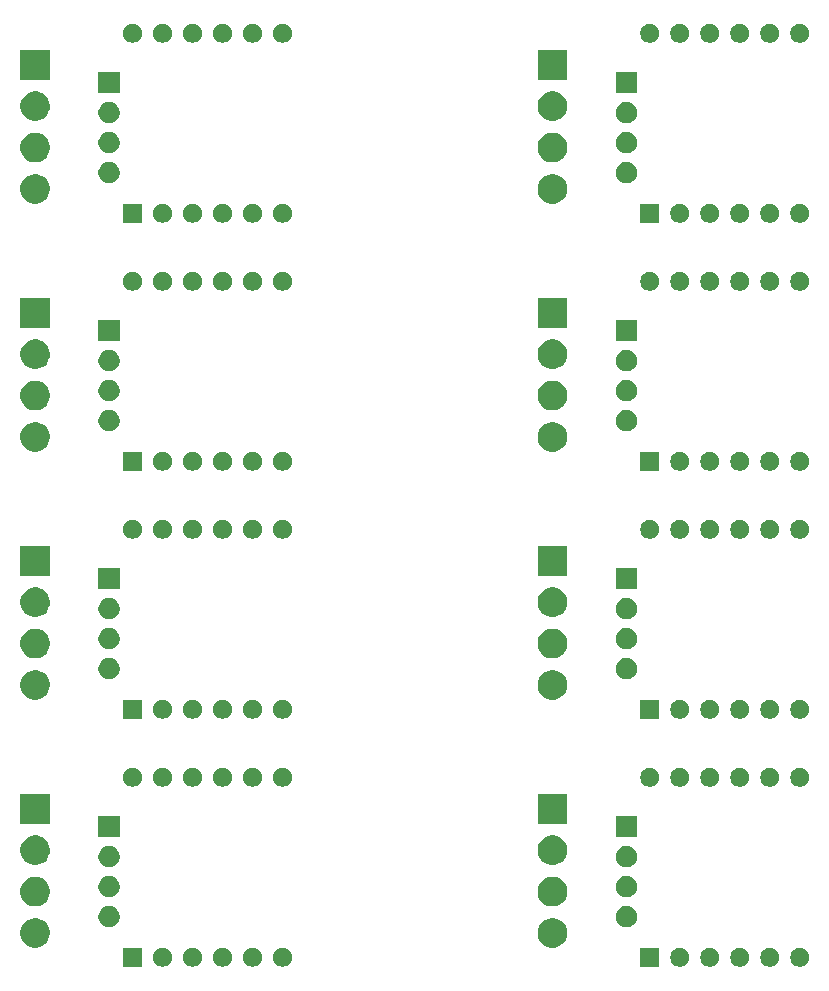
<source format=gbr>
G04 #@! TF.GenerationSoftware,KiCad,Pcbnew,5.1.5+dfsg1-2build2*
G04 #@! TF.CreationDate,2021-11-16T17:04:45-05:00*
G04 #@! TF.ProjectId,,58585858-5858-4585-9858-585858585858,rev?*
G04 #@! TF.SameCoordinates,Original*
G04 #@! TF.FileFunction,Soldermask,Top*
G04 #@! TF.FilePolarity,Negative*
%FSLAX46Y46*%
G04 Gerber Fmt 4.6, Leading zero omitted, Abs format (unit mm)*
G04 Created by KiCad (PCBNEW 5.1.5+dfsg1-2build2) date 2021-11-16 17:04:45*
%MOMM*%
%LPD*%
G04 APERTURE LIST*
%ADD10C,0.100000*%
G04 APERTURE END LIST*
D10*
G36*
X119169142Y-125894881D02*
G01*
X119314914Y-125955262D01*
X119314916Y-125955263D01*
X119446108Y-126042922D01*
X119557678Y-126154492D01*
X119645337Y-126285684D01*
X119645338Y-126285686D01*
X119705719Y-126431458D01*
X119736500Y-126586207D01*
X119736500Y-126743993D01*
X119705719Y-126898742D01*
X119645338Y-127044514D01*
X119645337Y-127044516D01*
X119557678Y-127175708D01*
X119446108Y-127287278D01*
X119314916Y-127374937D01*
X119314915Y-127374938D01*
X119314914Y-127374938D01*
X119169142Y-127435319D01*
X119014393Y-127466100D01*
X118856607Y-127466100D01*
X118701858Y-127435319D01*
X118556086Y-127374938D01*
X118556085Y-127374938D01*
X118556084Y-127374937D01*
X118424892Y-127287278D01*
X118313322Y-127175708D01*
X118225663Y-127044516D01*
X118225662Y-127044514D01*
X118165281Y-126898742D01*
X118134500Y-126743993D01*
X118134500Y-126586207D01*
X118165281Y-126431458D01*
X118225662Y-126285686D01*
X118225663Y-126285684D01*
X118313322Y-126154492D01*
X118424892Y-126042922D01*
X118556084Y-125955263D01*
X118556086Y-125955262D01*
X118701858Y-125894881D01*
X118856607Y-125864100D01*
X119014393Y-125864100D01*
X119169142Y-125894881D01*
G37*
G36*
X160429142Y-125894881D02*
G01*
X160574914Y-125955262D01*
X160574916Y-125955263D01*
X160706108Y-126042922D01*
X160817678Y-126154492D01*
X160905337Y-126285684D01*
X160905338Y-126285686D01*
X160965719Y-126431458D01*
X160996500Y-126586207D01*
X160996500Y-126743993D01*
X160965719Y-126898742D01*
X160905338Y-127044514D01*
X160905337Y-127044516D01*
X160817678Y-127175708D01*
X160706108Y-127287278D01*
X160574916Y-127374937D01*
X160574915Y-127374938D01*
X160574914Y-127374938D01*
X160429142Y-127435319D01*
X160274393Y-127466100D01*
X160116607Y-127466100D01*
X159961858Y-127435319D01*
X159816086Y-127374938D01*
X159816085Y-127374938D01*
X159816084Y-127374937D01*
X159684892Y-127287278D01*
X159573322Y-127175708D01*
X159485663Y-127044516D01*
X159485662Y-127044514D01*
X159425281Y-126898742D01*
X159394500Y-126743993D01*
X159394500Y-126586207D01*
X159425281Y-126431458D01*
X159485662Y-126285686D01*
X159485663Y-126285684D01*
X159573322Y-126154492D01*
X159684892Y-126042922D01*
X159816084Y-125955263D01*
X159816086Y-125955262D01*
X159961858Y-125894881D01*
X160116607Y-125864100D01*
X160274393Y-125864100D01*
X160429142Y-125894881D01*
G37*
G36*
X116629142Y-125894881D02*
G01*
X116774914Y-125955262D01*
X116774916Y-125955263D01*
X116906108Y-126042922D01*
X117017678Y-126154492D01*
X117105337Y-126285684D01*
X117105338Y-126285686D01*
X117165719Y-126431458D01*
X117196500Y-126586207D01*
X117196500Y-126743993D01*
X117165719Y-126898742D01*
X117105338Y-127044514D01*
X117105337Y-127044516D01*
X117017678Y-127175708D01*
X116906108Y-127287278D01*
X116774916Y-127374937D01*
X116774915Y-127374938D01*
X116774914Y-127374938D01*
X116629142Y-127435319D01*
X116474393Y-127466100D01*
X116316607Y-127466100D01*
X116161858Y-127435319D01*
X116016086Y-127374938D01*
X116016085Y-127374938D01*
X116016084Y-127374937D01*
X115884892Y-127287278D01*
X115773322Y-127175708D01*
X115685663Y-127044516D01*
X115685662Y-127044514D01*
X115625281Y-126898742D01*
X115594500Y-126743993D01*
X115594500Y-126586207D01*
X115625281Y-126431458D01*
X115685662Y-126285686D01*
X115685663Y-126285684D01*
X115773322Y-126154492D01*
X115884892Y-126042922D01*
X116016084Y-125955263D01*
X116016086Y-125955262D01*
X116161858Y-125894881D01*
X116316607Y-125864100D01*
X116474393Y-125864100D01*
X116629142Y-125894881D01*
G37*
G36*
X114089142Y-125894881D02*
G01*
X114234914Y-125955262D01*
X114234916Y-125955263D01*
X114366108Y-126042922D01*
X114477678Y-126154492D01*
X114565337Y-126285684D01*
X114565338Y-126285686D01*
X114625719Y-126431458D01*
X114656500Y-126586207D01*
X114656500Y-126743993D01*
X114625719Y-126898742D01*
X114565338Y-127044514D01*
X114565337Y-127044516D01*
X114477678Y-127175708D01*
X114366108Y-127287278D01*
X114234916Y-127374937D01*
X114234915Y-127374938D01*
X114234914Y-127374938D01*
X114089142Y-127435319D01*
X113934393Y-127466100D01*
X113776607Y-127466100D01*
X113621858Y-127435319D01*
X113476086Y-127374938D01*
X113476085Y-127374938D01*
X113476084Y-127374937D01*
X113344892Y-127287278D01*
X113233322Y-127175708D01*
X113145663Y-127044516D01*
X113145662Y-127044514D01*
X113085281Y-126898742D01*
X113054500Y-126743993D01*
X113054500Y-126586207D01*
X113085281Y-126431458D01*
X113145662Y-126285686D01*
X113145663Y-126285684D01*
X113233322Y-126154492D01*
X113344892Y-126042922D01*
X113476084Y-125955263D01*
X113476086Y-125955262D01*
X113621858Y-125894881D01*
X113776607Y-125864100D01*
X113934393Y-125864100D01*
X114089142Y-125894881D01*
G37*
G36*
X111549142Y-125894881D02*
G01*
X111694914Y-125955262D01*
X111694916Y-125955263D01*
X111826108Y-126042922D01*
X111937678Y-126154492D01*
X112025337Y-126285684D01*
X112025338Y-126285686D01*
X112085719Y-126431458D01*
X112116500Y-126586207D01*
X112116500Y-126743993D01*
X112085719Y-126898742D01*
X112025338Y-127044514D01*
X112025337Y-127044516D01*
X111937678Y-127175708D01*
X111826108Y-127287278D01*
X111694916Y-127374937D01*
X111694915Y-127374938D01*
X111694914Y-127374938D01*
X111549142Y-127435319D01*
X111394393Y-127466100D01*
X111236607Y-127466100D01*
X111081858Y-127435319D01*
X110936086Y-127374938D01*
X110936085Y-127374938D01*
X110936084Y-127374937D01*
X110804892Y-127287278D01*
X110693322Y-127175708D01*
X110605663Y-127044516D01*
X110605662Y-127044514D01*
X110545281Y-126898742D01*
X110514500Y-126743993D01*
X110514500Y-126586207D01*
X110545281Y-126431458D01*
X110605662Y-126285686D01*
X110605663Y-126285684D01*
X110693322Y-126154492D01*
X110804892Y-126042922D01*
X110936084Y-125955263D01*
X110936086Y-125955262D01*
X111081858Y-125894881D01*
X111236607Y-125864100D01*
X111394393Y-125864100D01*
X111549142Y-125894881D01*
G37*
G36*
X109009142Y-125894881D02*
G01*
X109154914Y-125955262D01*
X109154916Y-125955263D01*
X109286108Y-126042922D01*
X109397678Y-126154492D01*
X109485337Y-126285684D01*
X109485338Y-126285686D01*
X109545719Y-126431458D01*
X109576500Y-126586207D01*
X109576500Y-126743993D01*
X109545719Y-126898742D01*
X109485338Y-127044514D01*
X109485337Y-127044516D01*
X109397678Y-127175708D01*
X109286108Y-127287278D01*
X109154916Y-127374937D01*
X109154915Y-127374938D01*
X109154914Y-127374938D01*
X109009142Y-127435319D01*
X108854393Y-127466100D01*
X108696607Y-127466100D01*
X108541858Y-127435319D01*
X108396086Y-127374938D01*
X108396085Y-127374938D01*
X108396084Y-127374937D01*
X108264892Y-127287278D01*
X108153322Y-127175708D01*
X108065663Y-127044516D01*
X108065662Y-127044514D01*
X108005281Y-126898742D01*
X107974500Y-126743993D01*
X107974500Y-126586207D01*
X108005281Y-126431458D01*
X108065662Y-126285686D01*
X108065663Y-126285684D01*
X108153322Y-126154492D01*
X108264892Y-126042922D01*
X108396084Y-125955263D01*
X108396086Y-125955262D01*
X108541858Y-125894881D01*
X108696607Y-125864100D01*
X108854393Y-125864100D01*
X109009142Y-125894881D01*
G37*
G36*
X157889142Y-125894881D02*
G01*
X158034914Y-125955262D01*
X158034916Y-125955263D01*
X158166108Y-126042922D01*
X158277678Y-126154492D01*
X158365337Y-126285684D01*
X158365338Y-126285686D01*
X158425719Y-126431458D01*
X158456500Y-126586207D01*
X158456500Y-126743993D01*
X158425719Y-126898742D01*
X158365338Y-127044514D01*
X158365337Y-127044516D01*
X158277678Y-127175708D01*
X158166108Y-127287278D01*
X158034916Y-127374937D01*
X158034915Y-127374938D01*
X158034914Y-127374938D01*
X157889142Y-127435319D01*
X157734393Y-127466100D01*
X157576607Y-127466100D01*
X157421858Y-127435319D01*
X157276086Y-127374938D01*
X157276085Y-127374938D01*
X157276084Y-127374937D01*
X157144892Y-127287278D01*
X157033322Y-127175708D01*
X156945663Y-127044516D01*
X156945662Y-127044514D01*
X156885281Y-126898742D01*
X156854500Y-126743993D01*
X156854500Y-126586207D01*
X156885281Y-126431458D01*
X156945662Y-126285686D01*
X156945663Y-126285684D01*
X157033322Y-126154492D01*
X157144892Y-126042922D01*
X157276084Y-125955263D01*
X157276086Y-125955262D01*
X157421858Y-125894881D01*
X157576607Y-125864100D01*
X157734393Y-125864100D01*
X157889142Y-125894881D01*
G37*
G36*
X162969142Y-125894881D02*
G01*
X163114914Y-125955262D01*
X163114916Y-125955263D01*
X163246108Y-126042922D01*
X163357678Y-126154492D01*
X163445337Y-126285684D01*
X163445338Y-126285686D01*
X163505719Y-126431458D01*
X163536500Y-126586207D01*
X163536500Y-126743993D01*
X163505719Y-126898742D01*
X163445338Y-127044514D01*
X163445337Y-127044516D01*
X163357678Y-127175708D01*
X163246108Y-127287278D01*
X163114916Y-127374937D01*
X163114915Y-127374938D01*
X163114914Y-127374938D01*
X162969142Y-127435319D01*
X162814393Y-127466100D01*
X162656607Y-127466100D01*
X162501858Y-127435319D01*
X162356086Y-127374938D01*
X162356085Y-127374938D01*
X162356084Y-127374937D01*
X162224892Y-127287278D01*
X162113322Y-127175708D01*
X162025663Y-127044516D01*
X162025662Y-127044514D01*
X161965281Y-126898742D01*
X161934500Y-126743993D01*
X161934500Y-126586207D01*
X161965281Y-126431458D01*
X162025662Y-126285686D01*
X162025663Y-126285684D01*
X162113322Y-126154492D01*
X162224892Y-126042922D01*
X162356084Y-125955263D01*
X162356086Y-125955262D01*
X162501858Y-125894881D01*
X162656607Y-125864100D01*
X162814393Y-125864100D01*
X162969142Y-125894881D01*
G37*
G36*
X150836500Y-127466100D02*
G01*
X149234500Y-127466100D01*
X149234500Y-125864100D01*
X150836500Y-125864100D01*
X150836500Y-127466100D01*
G37*
G36*
X152809142Y-125894881D02*
G01*
X152954914Y-125955262D01*
X152954916Y-125955263D01*
X153086108Y-126042922D01*
X153197678Y-126154492D01*
X153285337Y-126285684D01*
X153285338Y-126285686D01*
X153345719Y-126431458D01*
X153376500Y-126586207D01*
X153376500Y-126743993D01*
X153345719Y-126898742D01*
X153285338Y-127044514D01*
X153285337Y-127044516D01*
X153197678Y-127175708D01*
X153086108Y-127287278D01*
X152954916Y-127374937D01*
X152954915Y-127374938D01*
X152954914Y-127374938D01*
X152809142Y-127435319D01*
X152654393Y-127466100D01*
X152496607Y-127466100D01*
X152341858Y-127435319D01*
X152196086Y-127374938D01*
X152196085Y-127374938D01*
X152196084Y-127374937D01*
X152064892Y-127287278D01*
X151953322Y-127175708D01*
X151865663Y-127044516D01*
X151865662Y-127044514D01*
X151805281Y-126898742D01*
X151774500Y-126743993D01*
X151774500Y-126586207D01*
X151805281Y-126431458D01*
X151865662Y-126285686D01*
X151865663Y-126285684D01*
X151953322Y-126154492D01*
X152064892Y-126042922D01*
X152196084Y-125955263D01*
X152196086Y-125955262D01*
X152341858Y-125894881D01*
X152496607Y-125864100D01*
X152654393Y-125864100D01*
X152809142Y-125894881D01*
G37*
G36*
X155349142Y-125894881D02*
G01*
X155494914Y-125955262D01*
X155494916Y-125955263D01*
X155626108Y-126042922D01*
X155737678Y-126154492D01*
X155825337Y-126285684D01*
X155825338Y-126285686D01*
X155885719Y-126431458D01*
X155916500Y-126586207D01*
X155916500Y-126743993D01*
X155885719Y-126898742D01*
X155825338Y-127044514D01*
X155825337Y-127044516D01*
X155737678Y-127175708D01*
X155626108Y-127287278D01*
X155494916Y-127374937D01*
X155494915Y-127374938D01*
X155494914Y-127374938D01*
X155349142Y-127435319D01*
X155194393Y-127466100D01*
X155036607Y-127466100D01*
X154881858Y-127435319D01*
X154736086Y-127374938D01*
X154736085Y-127374938D01*
X154736084Y-127374937D01*
X154604892Y-127287278D01*
X154493322Y-127175708D01*
X154405663Y-127044516D01*
X154405662Y-127044514D01*
X154345281Y-126898742D01*
X154314500Y-126743993D01*
X154314500Y-126586207D01*
X154345281Y-126431458D01*
X154405662Y-126285686D01*
X154405663Y-126285684D01*
X154493322Y-126154492D01*
X154604892Y-126042922D01*
X154736084Y-125955263D01*
X154736086Y-125955262D01*
X154881858Y-125894881D01*
X155036607Y-125864100D01*
X155194393Y-125864100D01*
X155349142Y-125894881D01*
G37*
G36*
X107036500Y-127466100D02*
G01*
X105434500Y-127466100D01*
X105434500Y-125864100D01*
X107036500Y-125864100D01*
X107036500Y-127466100D01*
G37*
G36*
X98358103Y-123389175D02*
G01*
X98585771Y-123483478D01*
X98790666Y-123620385D01*
X98964915Y-123794634D01*
X99101822Y-123999529D01*
X99101823Y-123999531D01*
X99153545Y-124124400D01*
X99196125Y-124227197D01*
X99244200Y-124468887D01*
X99244200Y-124715313D01*
X99196125Y-124957003D01*
X99101822Y-125184671D01*
X98964915Y-125389566D01*
X98790666Y-125563815D01*
X98585771Y-125700722D01*
X98585770Y-125700723D01*
X98585769Y-125700723D01*
X98358103Y-125795025D01*
X98116414Y-125843100D01*
X97869986Y-125843100D01*
X97628297Y-125795025D01*
X97400631Y-125700723D01*
X97400630Y-125700723D01*
X97400629Y-125700722D01*
X97195734Y-125563815D01*
X97021485Y-125389566D01*
X96884578Y-125184671D01*
X96790275Y-124957003D01*
X96742200Y-124715313D01*
X96742200Y-124468887D01*
X96790275Y-124227197D01*
X96832855Y-124124400D01*
X96884577Y-123999531D01*
X96884578Y-123999529D01*
X97021485Y-123794634D01*
X97195734Y-123620385D01*
X97400629Y-123483478D01*
X97628297Y-123389175D01*
X97869986Y-123341100D01*
X98116414Y-123341100D01*
X98358103Y-123389175D01*
G37*
G36*
X142158103Y-123389175D02*
G01*
X142385771Y-123483478D01*
X142590666Y-123620385D01*
X142764915Y-123794634D01*
X142901822Y-123999529D01*
X142901823Y-123999531D01*
X142953545Y-124124400D01*
X142996125Y-124227197D01*
X143044200Y-124468887D01*
X143044200Y-124715313D01*
X142996125Y-124957003D01*
X142901822Y-125184671D01*
X142764915Y-125389566D01*
X142590666Y-125563815D01*
X142385771Y-125700722D01*
X142385770Y-125700723D01*
X142385769Y-125700723D01*
X142158103Y-125795025D01*
X141916414Y-125843100D01*
X141669986Y-125843100D01*
X141428297Y-125795025D01*
X141200631Y-125700723D01*
X141200630Y-125700723D01*
X141200629Y-125700722D01*
X140995734Y-125563815D01*
X140821485Y-125389566D01*
X140684578Y-125184671D01*
X140590275Y-124957003D01*
X140542200Y-124715313D01*
X140542200Y-124468887D01*
X140590275Y-124227197D01*
X140632855Y-124124400D01*
X140684577Y-123999531D01*
X140684578Y-123999529D01*
X140821485Y-123794634D01*
X140995734Y-123620385D01*
X141200629Y-123483478D01*
X141428297Y-123389175D01*
X141669986Y-123341100D01*
X141916414Y-123341100D01*
X142158103Y-123389175D01*
G37*
G36*
X104367812Y-122327327D02*
G01*
X104517112Y-122357024D01*
X104681084Y-122424944D01*
X104828654Y-122523547D01*
X104954153Y-122649046D01*
X105052756Y-122796616D01*
X105120676Y-122960588D01*
X105155300Y-123134659D01*
X105155300Y-123312141D01*
X105120676Y-123486212D01*
X105052756Y-123650184D01*
X104954153Y-123797754D01*
X104828654Y-123923253D01*
X104681084Y-124021856D01*
X104517112Y-124089776D01*
X104367812Y-124119473D01*
X104343042Y-124124400D01*
X104165558Y-124124400D01*
X104140788Y-124119473D01*
X103991488Y-124089776D01*
X103827516Y-124021856D01*
X103679946Y-123923253D01*
X103554447Y-123797754D01*
X103455844Y-123650184D01*
X103387924Y-123486212D01*
X103353300Y-123312141D01*
X103353300Y-123134659D01*
X103387924Y-122960588D01*
X103455844Y-122796616D01*
X103554447Y-122649046D01*
X103679946Y-122523547D01*
X103827516Y-122424944D01*
X103991488Y-122357024D01*
X104140788Y-122327327D01*
X104165558Y-122322400D01*
X104343042Y-122322400D01*
X104367812Y-122327327D01*
G37*
G36*
X148167812Y-122327327D02*
G01*
X148317112Y-122357024D01*
X148481084Y-122424944D01*
X148628654Y-122523547D01*
X148754153Y-122649046D01*
X148852756Y-122796616D01*
X148920676Y-122960588D01*
X148955300Y-123134659D01*
X148955300Y-123312141D01*
X148920676Y-123486212D01*
X148852756Y-123650184D01*
X148754153Y-123797754D01*
X148628654Y-123923253D01*
X148481084Y-124021856D01*
X148317112Y-124089776D01*
X148167812Y-124119473D01*
X148143042Y-124124400D01*
X147965558Y-124124400D01*
X147940788Y-124119473D01*
X147791488Y-124089776D01*
X147627516Y-124021856D01*
X147479946Y-123923253D01*
X147354447Y-123797754D01*
X147255844Y-123650184D01*
X147187924Y-123486212D01*
X147153300Y-123312141D01*
X147153300Y-123134659D01*
X147187924Y-122960588D01*
X147255844Y-122796616D01*
X147354447Y-122649046D01*
X147479946Y-122523547D01*
X147627516Y-122424944D01*
X147791488Y-122357024D01*
X147940788Y-122327327D01*
X147965558Y-122322400D01*
X148143042Y-122322400D01*
X148167812Y-122327327D01*
G37*
G36*
X142136832Y-119884944D02*
G01*
X142158103Y-119889175D01*
X142385771Y-119983478D01*
X142590666Y-120120385D01*
X142764915Y-120294634D01*
X142901822Y-120499529D01*
X142901823Y-120499531D01*
X142996125Y-120727197D01*
X143039690Y-120946211D01*
X143044200Y-120968887D01*
X143044200Y-121215313D01*
X142996125Y-121457003D01*
X142901822Y-121684671D01*
X142764915Y-121889566D01*
X142590666Y-122063815D01*
X142385771Y-122200722D01*
X142385770Y-122200723D01*
X142385769Y-122200723D01*
X142158103Y-122295025D01*
X141916414Y-122343100D01*
X141669986Y-122343100D01*
X141428297Y-122295025D01*
X141200631Y-122200723D01*
X141200630Y-122200723D01*
X141200629Y-122200722D01*
X140995734Y-122063815D01*
X140821485Y-121889566D01*
X140684578Y-121684671D01*
X140590275Y-121457003D01*
X140542200Y-121215313D01*
X140542200Y-120968887D01*
X140546711Y-120946211D01*
X140590275Y-120727197D01*
X140684577Y-120499531D01*
X140684578Y-120499529D01*
X140821485Y-120294634D01*
X140995734Y-120120385D01*
X141200629Y-119983478D01*
X141428297Y-119889175D01*
X141449568Y-119884944D01*
X141669986Y-119841100D01*
X141916414Y-119841100D01*
X142136832Y-119884944D01*
G37*
G36*
X98336832Y-119884944D02*
G01*
X98358103Y-119889175D01*
X98585771Y-119983478D01*
X98790666Y-120120385D01*
X98964915Y-120294634D01*
X99101822Y-120499529D01*
X99101823Y-120499531D01*
X99196125Y-120727197D01*
X99239690Y-120946211D01*
X99244200Y-120968887D01*
X99244200Y-121215313D01*
X99196125Y-121457003D01*
X99101822Y-121684671D01*
X98964915Y-121889566D01*
X98790666Y-122063815D01*
X98585771Y-122200722D01*
X98585770Y-122200723D01*
X98585769Y-122200723D01*
X98358103Y-122295025D01*
X98116414Y-122343100D01*
X97869986Y-122343100D01*
X97628297Y-122295025D01*
X97400631Y-122200723D01*
X97400630Y-122200723D01*
X97400629Y-122200722D01*
X97195734Y-122063815D01*
X97021485Y-121889566D01*
X96884578Y-121684671D01*
X96790275Y-121457003D01*
X96742200Y-121215313D01*
X96742200Y-120968887D01*
X96746711Y-120946211D01*
X96790275Y-120727197D01*
X96884577Y-120499531D01*
X96884578Y-120499529D01*
X97021485Y-120294634D01*
X97195734Y-120120385D01*
X97400629Y-119983478D01*
X97628297Y-119889175D01*
X97649568Y-119884944D01*
X97869986Y-119841100D01*
X98116414Y-119841100D01*
X98336832Y-119884944D01*
G37*
G36*
X148167812Y-119787327D02*
G01*
X148317112Y-119817024D01*
X148481084Y-119884944D01*
X148628654Y-119983547D01*
X148754153Y-120109046D01*
X148852756Y-120256616D01*
X148920676Y-120420588D01*
X148955300Y-120594659D01*
X148955300Y-120772141D01*
X148920676Y-120946212D01*
X148852756Y-121110184D01*
X148754153Y-121257754D01*
X148628654Y-121383253D01*
X148481084Y-121481856D01*
X148317112Y-121549776D01*
X148167812Y-121579473D01*
X148143042Y-121584400D01*
X147965558Y-121584400D01*
X147940788Y-121579473D01*
X147791488Y-121549776D01*
X147627516Y-121481856D01*
X147479946Y-121383253D01*
X147354447Y-121257754D01*
X147255844Y-121110184D01*
X147187924Y-120946212D01*
X147153300Y-120772141D01*
X147153300Y-120594659D01*
X147187924Y-120420588D01*
X147255844Y-120256616D01*
X147354447Y-120109046D01*
X147479946Y-119983547D01*
X147627516Y-119884944D01*
X147791488Y-119817024D01*
X147940788Y-119787327D01*
X147965558Y-119782400D01*
X148143042Y-119782400D01*
X148167812Y-119787327D01*
G37*
G36*
X104367812Y-119787327D02*
G01*
X104517112Y-119817024D01*
X104681084Y-119884944D01*
X104828654Y-119983547D01*
X104954153Y-120109046D01*
X105052756Y-120256616D01*
X105120676Y-120420588D01*
X105155300Y-120594659D01*
X105155300Y-120772141D01*
X105120676Y-120946212D01*
X105052756Y-121110184D01*
X104954153Y-121257754D01*
X104828654Y-121383253D01*
X104681084Y-121481856D01*
X104517112Y-121549776D01*
X104367812Y-121579473D01*
X104343042Y-121584400D01*
X104165558Y-121584400D01*
X104140788Y-121579473D01*
X103991488Y-121549776D01*
X103827516Y-121481856D01*
X103679946Y-121383253D01*
X103554447Y-121257754D01*
X103455844Y-121110184D01*
X103387924Y-120946212D01*
X103353300Y-120772141D01*
X103353300Y-120594659D01*
X103387924Y-120420588D01*
X103455844Y-120256616D01*
X103554447Y-120109046D01*
X103679946Y-119983547D01*
X103827516Y-119884944D01*
X103991488Y-119817024D01*
X104140788Y-119787327D01*
X104165558Y-119782400D01*
X104343042Y-119782400D01*
X104367812Y-119787327D01*
G37*
G36*
X148167812Y-117247327D02*
G01*
X148317112Y-117277024D01*
X148481084Y-117344944D01*
X148628654Y-117443547D01*
X148754153Y-117569046D01*
X148852756Y-117716616D01*
X148920676Y-117880588D01*
X148955300Y-118054659D01*
X148955300Y-118232141D01*
X148920676Y-118406212D01*
X148852756Y-118570184D01*
X148754153Y-118717754D01*
X148628654Y-118843253D01*
X148481084Y-118941856D01*
X148317112Y-119009776D01*
X148167812Y-119039473D01*
X148143042Y-119044400D01*
X147965558Y-119044400D01*
X147940788Y-119039473D01*
X147791488Y-119009776D01*
X147627516Y-118941856D01*
X147479946Y-118843253D01*
X147354447Y-118717754D01*
X147255844Y-118570184D01*
X147187924Y-118406212D01*
X147153300Y-118232141D01*
X147153300Y-118054659D01*
X147187924Y-117880588D01*
X147255844Y-117716616D01*
X147354447Y-117569046D01*
X147479946Y-117443547D01*
X147627516Y-117344944D01*
X147791488Y-117277024D01*
X147940788Y-117247327D01*
X147965558Y-117242400D01*
X148143042Y-117242400D01*
X148167812Y-117247327D01*
G37*
G36*
X104367812Y-117247327D02*
G01*
X104517112Y-117277024D01*
X104681084Y-117344944D01*
X104828654Y-117443547D01*
X104954153Y-117569046D01*
X105052756Y-117716616D01*
X105120676Y-117880588D01*
X105155300Y-118054659D01*
X105155300Y-118232141D01*
X105120676Y-118406212D01*
X105052756Y-118570184D01*
X104954153Y-118717754D01*
X104828654Y-118843253D01*
X104681084Y-118941856D01*
X104517112Y-119009776D01*
X104367812Y-119039473D01*
X104343042Y-119044400D01*
X104165558Y-119044400D01*
X104140788Y-119039473D01*
X103991488Y-119009776D01*
X103827516Y-118941856D01*
X103679946Y-118843253D01*
X103554447Y-118717754D01*
X103455844Y-118570184D01*
X103387924Y-118406212D01*
X103353300Y-118232141D01*
X103353300Y-118054659D01*
X103387924Y-117880588D01*
X103455844Y-117716616D01*
X103554447Y-117569046D01*
X103679946Y-117443547D01*
X103827516Y-117344944D01*
X103991488Y-117277024D01*
X104140788Y-117247327D01*
X104165558Y-117242400D01*
X104343042Y-117242400D01*
X104367812Y-117247327D01*
G37*
G36*
X98358103Y-116389175D02*
G01*
X98585771Y-116483478D01*
X98790666Y-116620385D01*
X98964915Y-116794634D01*
X98964916Y-116794636D01*
X99101823Y-116999531D01*
X99196125Y-117227197D01*
X99244200Y-117468886D01*
X99244200Y-117715314D01*
X99211325Y-117880588D01*
X99196125Y-117957003D01*
X99101822Y-118184671D01*
X98964915Y-118389566D01*
X98790666Y-118563815D01*
X98585771Y-118700722D01*
X98585770Y-118700723D01*
X98585769Y-118700723D01*
X98358103Y-118795025D01*
X98116414Y-118843100D01*
X97869986Y-118843100D01*
X97628297Y-118795025D01*
X97400631Y-118700723D01*
X97400630Y-118700723D01*
X97400629Y-118700722D01*
X97195734Y-118563815D01*
X97021485Y-118389566D01*
X96884578Y-118184671D01*
X96790275Y-117957003D01*
X96775075Y-117880588D01*
X96742200Y-117715314D01*
X96742200Y-117468886D01*
X96790275Y-117227197D01*
X96884577Y-116999531D01*
X97021484Y-116794636D01*
X97021485Y-116794634D01*
X97195734Y-116620385D01*
X97400629Y-116483478D01*
X97628297Y-116389175D01*
X97869986Y-116341100D01*
X98116414Y-116341100D01*
X98358103Y-116389175D01*
G37*
G36*
X142158103Y-116389175D02*
G01*
X142385771Y-116483478D01*
X142590666Y-116620385D01*
X142764915Y-116794634D01*
X142764916Y-116794636D01*
X142901823Y-116999531D01*
X142996125Y-117227197D01*
X143044200Y-117468886D01*
X143044200Y-117715314D01*
X143011325Y-117880588D01*
X142996125Y-117957003D01*
X142901822Y-118184671D01*
X142764915Y-118389566D01*
X142590666Y-118563815D01*
X142385771Y-118700722D01*
X142385770Y-118700723D01*
X142385769Y-118700723D01*
X142158103Y-118795025D01*
X141916414Y-118843100D01*
X141669986Y-118843100D01*
X141428297Y-118795025D01*
X141200631Y-118700723D01*
X141200630Y-118700723D01*
X141200629Y-118700722D01*
X140995734Y-118563815D01*
X140821485Y-118389566D01*
X140684578Y-118184671D01*
X140590275Y-117957003D01*
X140575075Y-117880588D01*
X140542200Y-117715314D01*
X140542200Y-117468886D01*
X140590275Y-117227197D01*
X140684577Y-116999531D01*
X140821484Y-116794636D01*
X140821485Y-116794634D01*
X140995734Y-116620385D01*
X141200629Y-116483478D01*
X141428297Y-116389175D01*
X141669986Y-116341100D01*
X141916414Y-116341100D01*
X142158103Y-116389175D01*
G37*
G36*
X105155300Y-116504400D02*
G01*
X103353300Y-116504400D01*
X103353300Y-114702400D01*
X105155300Y-114702400D01*
X105155300Y-116504400D01*
G37*
G36*
X148955300Y-116504400D02*
G01*
X147153300Y-116504400D01*
X147153300Y-114702400D01*
X148955300Y-114702400D01*
X148955300Y-116504400D01*
G37*
G36*
X143044200Y-115343100D02*
G01*
X140542200Y-115343100D01*
X140542200Y-112841100D01*
X143044200Y-112841100D01*
X143044200Y-115343100D01*
G37*
G36*
X99244200Y-115343100D02*
G01*
X96742200Y-115343100D01*
X96742200Y-112841100D01*
X99244200Y-112841100D01*
X99244200Y-115343100D01*
G37*
G36*
X152809142Y-110654881D02*
G01*
X152954914Y-110715262D01*
X152954916Y-110715263D01*
X153086108Y-110802922D01*
X153197678Y-110914492D01*
X153285337Y-111045684D01*
X153285338Y-111045686D01*
X153345719Y-111191458D01*
X153376500Y-111346207D01*
X153376500Y-111503993D01*
X153345719Y-111658742D01*
X153285338Y-111804514D01*
X153285337Y-111804516D01*
X153197678Y-111935708D01*
X153086108Y-112047278D01*
X152954916Y-112134937D01*
X152954915Y-112134938D01*
X152954914Y-112134938D01*
X152809142Y-112195319D01*
X152654393Y-112226100D01*
X152496607Y-112226100D01*
X152341858Y-112195319D01*
X152196086Y-112134938D01*
X152196085Y-112134938D01*
X152196084Y-112134937D01*
X152064892Y-112047278D01*
X151953322Y-111935708D01*
X151865663Y-111804516D01*
X151865662Y-111804514D01*
X151805281Y-111658742D01*
X151774500Y-111503993D01*
X151774500Y-111346207D01*
X151805281Y-111191458D01*
X151865662Y-111045686D01*
X151865663Y-111045684D01*
X151953322Y-110914492D01*
X152064892Y-110802922D01*
X152196084Y-110715263D01*
X152196086Y-110715262D01*
X152341858Y-110654881D01*
X152496607Y-110624100D01*
X152654393Y-110624100D01*
X152809142Y-110654881D01*
G37*
G36*
X106469142Y-110654881D02*
G01*
X106614914Y-110715262D01*
X106614916Y-110715263D01*
X106746108Y-110802922D01*
X106857678Y-110914492D01*
X106945337Y-111045684D01*
X106945338Y-111045686D01*
X107005719Y-111191458D01*
X107036500Y-111346207D01*
X107036500Y-111503993D01*
X107005719Y-111658742D01*
X106945338Y-111804514D01*
X106945337Y-111804516D01*
X106857678Y-111935708D01*
X106746108Y-112047278D01*
X106614916Y-112134937D01*
X106614915Y-112134938D01*
X106614914Y-112134938D01*
X106469142Y-112195319D01*
X106314393Y-112226100D01*
X106156607Y-112226100D01*
X106001858Y-112195319D01*
X105856086Y-112134938D01*
X105856085Y-112134938D01*
X105856084Y-112134937D01*
X105724892Y-112047278D01*
X105613322Y-111935708D01*
X105525663Y-111804516D01*
X105525662Y-111804514D01*
X105465281Y-111658742D01*
X105434500Y-111503993D01*
X105434500Y-111346207D01*
X105465281Y-111191458D01*
X105525662Y-111045686D01*
X105525663Y-111045684D01*
X105613322Y-110914492D01*
X105724892Y-110802922D01*
X105856084Y-110715263D01*
X105856086Y-110715262D01*
X106001858Y-110654881D01*
X106156607Y-110624100D01*
X106314393Y-110624100D01*
X106469142Y-110654881D01*
G37*
G36*
X109009142Y-110654881D02*
G01*
X109154914Y-110715262D01*
X109154916Y-110715263D01*
X109286108Y-110802922D01*
X109397678Y-110914492D01*
X109485337Y-111045684D01*
X109485338Y-111045686D01*
X109545719Y-111191458D01*
X109576500Y-111346207D01*
X109576500Y-111503993D01*
X109545719Y-111658742D01*
X109485338Y-111804514D01*
X109485337Y-111804516D01*
X109397678Y-111935708D01*
X109286108Y-112047278D01*
X109154916Y-112134937D01*
X109154915Y-112134938D01*
X109154914Y-112134938D01*
X109009142Y-112195319D01*
X108854393Y-112226100D01*
X108696607Y-112226100D01*
X108541858Y-112195319D01*
X108396086Y-112134938D01*
X108396085Y-112134938D01*
X108396084Y-112134937D01*
X108264892Y-112047278D01*
X108153322Y-111935708D01*
X108065663Y-111804516D01*
X108065662Y-111804514D01*
X108005281Y-111658742D01*
X107974500Y-111503993D01*
X107974500Y-111346207D01*
X108005281Y-111191458D01*
X108065662Y-111045686D01*
X108065663Y-111045684D01*
X108153322Y-110914492D01*
X108264892Y-110802922D01*
X108396084Y-110715263D01*
X108396086Y-110715262D01*
X108541858Y-110654881D01*
X108696607Y-110624100D01*
X108854393Y-110624100D01*
X109009142Y-110654881D01*
G37*
G36*
X111549142Y-110654881D02*
G01*
X111694914Y-110715262D01*
X111694916Y-110715263D01*
X111826108Y-110802922D01*
X111937678Y-110914492D01*
X112025337Y-111045684D01*
X112025338Y-111045686D01*
X112085719Y-111191458D01*
X112116500Y-111346207D01*
X112116500Y-111503993D01*
X112085719Y-111658742D01*
X112025338Y-111804514D01*
X112025337Y-111804516D01*
X111937678Y-111935708D01*
X111826108Y-112047278D01*
X111694916Y-112134937D01*
X111694915Y-112134938D01*
X111694914Y-112134938D01*
X111549142Y-112195319D01*
X111394393Y-112226100D01*
X111236607Y-112226100D01*
X111081858Y-112195319D01*
X110936086Y-112134938D01*
X110936085Y-112134938D01*
X110936084Y-112134937D01*
X110804892Y-112047278D01*
X110693322Y-111935708D01*
X110605663Y-111804516D01*
X110605662Y-111804514D01*
X110545281Y-111658742D01*
X110514500Y-111503993D01*
X110514500Y-111346207D01*
X110545281Y-111191458D01*
X110605662Y-111045686D01*
X110605663Y-111045684D01*
X110693322Y-110914492D01*
X110804892Y-110802922D01*
X110936084Y-110715263D01*
X110936086Y-110715262D01*
X111081858Y-110654881D01*
X111236607Y-110624100D01*
X111394393Y-110624100D01*
X111549142Y-110654881D01*
G37*
G36*
X119169142Y-110654881D02*
G01*
X119314914Y-110715262D01*
X119314916Y-110715263D01*
X119446108Y-110802922D01*
X119557678Y-110914492D01*
X119645337Y-111045684D01*
X119645338Y-111045686D01*
X119705719Y-111191458D01*
X119736500Y-111346207D01*
X119736500Y-111503993D01*
X119705719Y-111658742D01*
X119645338Y-111804514D01*
X119645337Y-111804516D01*
X119557678Y-111935708D01*
X119446108Y-112047278D01*
X119314916Y-112134937D01*
X119314915Y-112134938D01*
X119314914Y-112134938D01*
X119169142Y-112195319D01*
X119014393Y-112226100D01*
X118856607Y-112226100D01*
X118701858Y-112195319D01*
X118556086Y-112134938D01*
X118556085Y-112134938D01*
X118556084Y-112134937D01*
X118424892Y-112047278D01*
X118313322Y-111935708D01*
X118225663Y-111804516D01*
X118225662Y-111804514D01*
X118165281Y-111658742D01*
X118134500Y-111503993D01*
X118134500Y-111346207D01*
X118165281Y-111191458D01*
X118225662Y-111045686D01*
X118225663Y-111045684D01*
X118313322Y-110914492D01*
X118424892Y-110802922D01*
X118556084Y-110715263D01*
X118556086Y-110715262D01*
X118701858Y-110654881D01*
X118856607Y-110624100D01*
X119014393Y-110624100D01*
X119169142Y-110654881D01*
G37*
G36*
X150269142Y-110654881D02*
G01*
X150414914Y-110715262D01*
X150414916Y-110715263D01*
X150546108Y-110802922D01*
X150657678Y-110914492D01*
X150745337Y-111045684D01*
X150745338Y-111045686D01*
X150805719Y-111191458D01*
X150836500Y-111346207D01*
X150836500Y-111503993D01*
X150805719Y-111658742D01*
X150745338Y-111804514D01*
X150745337Y-111804516D01*
X150657678Y-111935708D01*
X150546108Y-112047278D01*
X150414916Y-112134937D01*
X150414915Y-112134938D01*
X150414914Y-112134938D01*
X150269142Y-112195319D01*
X150114393Y-112226100D01*
X149956607Y-112226100D01*
X149801858Y-112195319D01*
X149656086Y-112134938D01*
X149656085Y-112134938D01*
X149656084Y-112134937D01*
X149524892Y-112047278D01*
X149413322Y-111935708D01*
X149325663Y-111804516D01*
X149325662Y-111804514D01*
X149265281Y-111658742D01*
X149234500Y-111503993D01*
X149234500Y-111346207D01*
X149265281Y-111191458D01*
X149325662Y-111045686D01*
X149325663Y-111045684D01*
X149413322Y-110914492D01*
X149524892Y-110802922D01*
X149656084Y-110715263D01*
X149656086Y-110715262D01*
X149801858Y-110654881D01*
X149956607Y-110624100D01*
X150114393Y-110624100D01*
X150269142Y-110654881D01*
G37*
G36*
X116629142Y-110654881D02*
G01*
X116774914Y-110715262D01*
X116774916Y-110715263D01*
X116906108Y-110802922D01*
X117017678Y-110914492D01*
X117105337Y-111045684D01*
X117105338Y-111045686D01*
X117165719Y-111191458D01*
X117196500Y-111346207D01*
X117196500Y-111503993D01*
X117165719Y-111658742D01*
X117105338Y-111804514D01*
X117105337Y-111804516D01*
X117017678Y-111935708D01*
X116906108Y-112047278D01*
X116774916Y-112134937D01*
X116774915Y-112134938D01*
X116774914Y-112134938D01*
X116629142Y-112195319D01*
X116474393Y-112226100D01*
X116316607Y-112226100D01*
X116161858Y-112195319D01*
X116016086Y-112134938D01*
X116016085Y-112134938D01*
X116016084Y-112134937D01*
X115884892Y-112047278D01*
X115773322Y-111935708D01*
X115685663Y-111804516D01*
X115685662Y-111804514D01*
X115625281Y-111658742D01*
X115594500Y-111503993D01*
X115594500Y-111346207D01*
X115625281Y-111191458D01*
X115685662Y-111045686D01*
X115685663Y-111045684D01*
X115773322Y-110914492D01*
X115884892Y-110802922D01*
X116016084Y-110715263D01*
X116016086Y-110715262D01*
X116161858Y-110654881D01*
X116316607Y-110624100D01*
X116474393Y-110624100D01*
X116629142Y-110654881D01*
G37*
G36*
X157889142Y-110654881D02*
G01*
X158034914Y-110715262D01*
X158034916Y-110715263D01*
X158166108Y-110802922D01*
X158277678Y-110914492D01*
X158365337Y-111045684D01*
X158365338Y-111045686D01*
X158425719Y-111191458D01*
X158456500Y-111346207D01*
X158456500Y-111503993D01*
X158425719Y-111658742D01*
X158365338Y-111804514D01*
X158365337Y-111804516D01*
X158277678Y-111935708D01*
X158166108Y-112047278D01*
X158034916Y-112134937D01*
X158034915Y-112134938D01*
X158034914Y-112134938D01*
X157889142Y-112195319D01*
X157734393Y-112226100D01*
X157576607Y-112226100D01*
X157421858Y-112195319D01*
X157276086Y-112134938D01*
X157276085Y-112134938D01*
X157276084Y-112134937D01*
X157144892Y-112047278D01*
X157033322Y-111935708D01*
X156945663Y-111804516D01*
X156945662Y-111804514D01*
X156885281Y-111658742D01*
X156854500Y-111503993D01*
X156854500Y-111346207D01*
X156885281Y-111191458D01*
X156945662Y-111045686D01*
X156945663Y-111045684D01*
X157033322Y-110914492D01*
X157144892Y-110802922D01*
X157276084Y-110715263D01*
X157276086Y-110715262D01*
X157421858Y-110654881D01*
X157576607Y-110624100D01*
X157734393Y-110624100D01*
X157889142Y-110654881D01*
G37*
G36*
X160429142Y-110654881D02*
G01*
X160574914Y-110715262D01*
X160574916Y-110715263D01*
X160706108Y-110802922D01*
X160817678Y-110914492D01*
X160905337Y-111045684D01*
X160905338Y-111045686D01*
X160965719Y-111191458D01*
X160996500Y-111346207D01*
X160996500Y-111503993D01*
X160965719Y-111658742D01*
X160905338Y-111804514D01*
X160905337Y-111804516D01*
X160817678Y-111935708D01*
X160706108Y-112047278D01*
X160574916Y-112134937D01*
X160574915Y-112134938D01*
X160574914Y-112134938D01*
X160429142Y-112195319D01*
X160274393Y-112226100D01*
X160116607Y-112226100D01*
X159961858Y-112195319D01*
X159816086Y-112134938D01*
X159816085Y-112134938D01*
X159816084Y-112134937D01*
X159684892Y-112047278D01*
X159573322Y-111935708D01*
X159485663Y-111804516D01*
X159485662Y-111804514D01*
X159425281Y-111658742D01*
X159394500Y-111503993D01*
X159394500Y-111346207D01*
X159425281Y-111191458D01*
X159485662Y-111045686D01*
X159485663Y-111045684D01*
X159573322Y-110914492D01*
X159684892Y-110802922D01*
X159816084Y-110715263D01*
X159816086Y-110715262D01*
X159961858Y-110654881D01*
X160116607Y-110624100D01*
X160274393Y-110624100D01*
X160429142Y-110654881D01*
G37*
G36*
X162969142Y-110654881D02*
G01*
X163114914Y-110715262D01*
X163114916Y-110715263D01*
X163246108Y-110802922D01*
X163357678Y-110914492D01*
X163445337Y-111045684D01*
X163445338Y-111045686D01*
X163505719Y-111191458D01*
X163536500Y-111346207D01*
X163536500Y-111503993D01*
X163505719Y-111658742D01*
X163445338Y-111804514D01*
X163445337Y-111804516D01*
X163357678Y-111935708D01*
X163246108Y-112047278D01*
X163114916Y-112134937D01*
X163114915Y-112134938D01*
X163114914Y-112134938D01*
X162969142Y-112195319D01*
X162814393Y-112226100D01*
X162656607Y-112226100D01*
X162501858Y-112195319D01*
X162356086Y-112134938D01*
X162356085Y-112134938D01*
X162356084Y-112134937D01*
X162224892Y-112047278D01*
X162113322Y-111935708D01*
X162025663Y-111804516D01*
X162025662Y-111804514D01*
X161965281Y-111658742D01*
X161934500Y-111503993D01*
X161934500Y-111346207D01*
X161965281Y-111191458D01*
X162025662Y-111045686D01*
X162025663Y-111045684D01*
X162113322Y-110914492D01*
X162224892Y-110802922D01*
X162356084Y-110715263D01*
X162356086Y-110715262D01*
X162501858Y-110654881D01*
X162656607Y-110624100D01*
X162814393Y-110624100D01*
X162969142Y-110654881D01*
G37*
G36*
X114089142Y-110654881D02*
G01*
X114234914Y-110715262D01*
X114234916Y-110715263D01*
X114366108Y-110802922D01*
X114477678Y-110914492D01*
X114565337Y-111045684D01*
X114565338Y-111045686D01*
X114625719Y-111191458D01*
X114656500Y-111346207D01*
X114656500Y-111503993D01*
X114625719Y-111658742D01*
X114565338Y-111804514D01*
X114565337Y-111804516D01*
X114477678Y-111935708D01*
X114366108Y-112047278D01*
X114234916Y-112134937D01*
X114234915Y-112134938D01*
X114234914Y-112134938D01*
X114089142Y-112195319D01*
X113934393Y-112226100D01*
X113776607Y-112226100D01*
X113621858Y-112195319D01*
X113476086Y-112134938D01*
X113476085Y-112134938D01*
X113476084Y-112134937D01*
X113344892Y-112047278D01*
X113233322Y-111935708D01*
X113145663Y-111804516D01*
X113145662Y-111804514D01*
X113085281Y-111658742D01*
X113054500Y-111503993D01*
X113054500Y-111346207D01*
X113085281Y-111191458D01*
X113145662Y-111045686D01*
X113145663Y-111045684D01*
X113233322Y-110914492D01*
X113344892Y-110802922D01*
X113476084Y-110715263D01*
X113476086Y-110715262D01*
X113621858Y-110654881D01*
X113776607Y-110624100D01*
X113934393Y-110624100D01*
X114089142Y-110654881D01*
G37*
G36*
X155349142Y-110654881D02*
G01*
X155494914Y-110715262D01*
X155494916Y-110715263D01*
X155626108Y-110802922D01*
X155737678Y-110914492D01*
X155825337Y-111045684D01*
X155825338Y-111045686D01*
X155885719Y-111191458D01*
X155916500Y-111346207D01*
X155916500Y-111503993D01*
X155885719Y-111658742D01*
X155825338Y-111804514D01*
X155825337Y-111804516D01*
X155737678Y-111935708D01*
X155626108Y-112047278D01*
X155494916Y-112134937D01*
X155494915Y-112134938D01*
X155494914Y-112134938D01*
X155349142Y-112195319D01*
X155194393Y-112226100D01*
X155036607Y-112226100D01*
X154881858Y-112195319D01*
X154736086Y-112134938D01*
X154736085Y-112134938D01*
X154736084Y-112134937D01*
X154604892Y-112047278D01*
X154493322Y-111935708D01*
X154405663Y-111804516D01*
X154405662Y-111804514D01*
X154345281Y-111658742D01*
X154314500Y-111503993D01*
X154314500Y-111346207D01*
X154345281Y-111191458D01*
X154405662Y-111045686D01*
X154405663Y-111045684D01*
X154493322Y-110914492D01*
X154604892Y-110802922D01*
X154736084Y-110715263D01*
X154736086Y-110715262D01*
X154881858Y-110654881D01*
X155036607Y-110624100D01*
X155194393Y-110624100D01*
X155349142Y-110654881D01*
G37*
G36*
X157889142Y-104894881D02*
G01*
X158034914Y-104955262D01*
X158034916Y-104955263D01*
X158166108Y-105042922D01*
X158277678Y-105154492D01*
X158365337Y-105285684D01*
X158365338Y-105285686D01*
X158425719Y-105431458D01*
X158456500Y-105586207D01*
X158456500Y-105743993D01*
X158425719Y-105898742D01*
X158365338Y-106044514D01*
X158365337Y-106044516D01*
X158277678Y-106175708D01*
X158166108Y-106287278D01*
X158034916Y-106374937D01*
X158034915Y-106374938D01*
X158034914Y-106374938D01*
X157889142Y-106435319D01*
X157734393Y-106466100D01*
X157576607Y-106466100D01*
X157421858Y-106435319D01*
X157276086Y-106374938D01*
X157276085Y-106374938D01*
X157276084Y-106374937D01*
X157144892Y-106287278D01*
X157033322Y-106175708D01*
X156945663Y-106044516D01*
X156945662Y-106044514D01*
X156885281Y-105898742D01*
X156854500Y-105743993D01*
X156854500Y-105586207D01*
X156885281Y-105431458D01*
X156945662Y-105285686D01*
X156945663Y-105285684D01*
X157033322Y-105154492D01*
X157144892Y-105042922D01*
X157276084Y-104955263D01*
X157276086Y-104955262D01*
X157421858Y-104894881D01*
X157576607Y-104864100D01*
X157734393Y-104864100D01*
X157889142Y-104894881D01*
G37*
G36*
X119169142Y-104894881D02*
G01*
X119314914Y-104955262D01*
X119314916Y-104955263D01*
X119446108Y-105042922D01*
X119557678Y-105154492D01*
X119645337Y-105285684D01*
X119645338Y-105285686D01*
X119705719Y-105431458D01*
X119736500Y-105586207D01*
X119736500Y-105743993D01*
X119705719Y-105898742D01*
X119645338Y-106044514D01*
X119645337Y-106044516D01*
X119557678Y-106175708D01*
X119446108Y-106287278D01*
X119314916Y-106374937D01*
X119314915Y-106374938D01*
X119314914Y-106374938D01*
X119169142Y-106435319D01*
X119014393Y-106466100D01*
X118856607Y-106466100D01*
X118701858Y-106435319D01*
X118556086Y-106374938D01*
X118556085Y-106374938D01*
X118556084Y-106374937D01*
X118424892Y-106287278D01*
X118313322Y-106175708D01*
X118225663Y-106044516D01*
X118225662Y-106044514D01*
X118165281Y-105898742D01*
X118134500Y-105743993D01*
X118134500Y-105586207D01*
X118165281Y-105431458D01*
X118225662Y-105285686D01*
X118225663Y-105285684D01*
X118313322Y-105154492D01*
X118424892Y-105042922D01*
X118556084Y-104955263D01*
X118556086Y-104955262D01*
X118701858Y-104894881D01*
X118856607Y-104864100D01*
X119014393Y-104864100D01*
X119169142Y-104894881D01*
G37*
G36*
X116629142Y-104894881D02*
G01*
X116774914Y-104955262D01*
X116774916Y-104955263D01*
X116906108Y-105042922D01*
X117017678Y-105154492D01*
X117105337Y-105285684D01*
X117105338Y-105285686D01*
X117165719Y-105431458D01*
X117196500Y-105586207D01*
X117196500Y-105743993D01*
X117165719Y-105898742D01*
X117105338Y-106044514D01*
X117105337Y-106044516D01*
X117017678Y-106175708D01*
X116906108Y-106287278D01*
X116774916Y-106374937D01*
X116774915Y-106374938D01*
X116774914Y-106374938D01*
X116629142Y-106435319D01*
X116474393Y-106466100D01*
X116316607Y-106466100D01*
X116161858Y-106435319D01*
X116016086Y-106374938D01*
X116016085Y-106374938D01*
X116016084Y-106374937D01*
X115884892Y-106287278D01*
X115773322Y-106175708D01*
X115685663Y-106044516D01*
X115685662Y-106044514D01*
X115625281Y-105898742D01*
X115594500Y-105743993D01*
X115594500Y-105586207D01*
X115625281Y-105431458D01*
X115685662Y-105285686D01*
X115685663Y-105285684D01*
X115773322Y-105154492D01*
X115884892Y-105042922D01*
X116016084Y-104955263D01*
X116016086Y-104955262D01*
X116161858Y-104894881D01*
X116316607Y-104864100D01*
X116474393Y-104864100D01*
X116629142Y-104894881D01*
G37*
G36*
X114089142Y-104894881D02*
G01*
X114234914Y-104955262D01*
X114234916Y-104955263D01*
X114366108Y-105042922D01*
X114477678Y-105154492D01*
X114565337Y-105285684D01*
X114565338Y-105285686D01*
X114625719Y-105431458D01*
X114656500Y-105586207D01*
X114656500Y-105743993D01*
X114625719Y-105898742D01*
X114565338Y-106044514D01*
X114565337Y-106044516D01*
X114477678Y-106175708D01*
X114366108Y-106287278D01*
X114234916Y-106374937D01*
X114234915Y-106374938D01*
X114234914Y-106374938D01*
X114089142Y-106435319D01*
X113934393Y-106466100D01*
X113776607Y-106466100D01*
X113621858Y-106435319D01*
X113476086Y-106374938D01*
X113476085Y-106374938D01*
X113476084Y-106374937D01*
X113344892Y-106287278D01*
X113233322Y-106175708D01*
X113145663Y-106044516D01*
X113145662Y-106044514D01*
X113085281Y-105898742D01*
X113054500Y-105743993D01*
X113054500Y-105586207D01*
X113085281Y-105431458D01*
X113145662Y-105285686D01*
X113145663Y-105285684D01*
X113233322Y-105154492D01*
X113344892Y-105042922D01*
X113476084Y-104955263D01*
X113476086Y-104955262D01*
X113621858Y-104894881D01*
X113776607Y-104864100D01*
X113934393Y-104864100D01*
X114089142Y-104894881D01*
G37*
G36*
X111549142Y-104894881D02*
G01*
X111694914Y-104955262D01*
X111694916Y-104955263D01*
X111826108Y-105042922D01*
X111937678Y-105154492D01*
X112025337Y-105285684D01*
X112025338Y-105285686D01*
X112085719Y-105431458D01*
X112116500Y-105586207D01*
X112116500Y-105743993D01*
X112085719Y-105898742D01*
X112025338Y-106044514D01*
X112025337Y-106044516D01*
X111937678Y-106175708D01*
X111826108Y-106287278D01*
X111694916Y-106374937D01*
X111694915Y-106374938D01*
X111694914Y-106374938D01*
X111549142Y-106435319D01*
X111394393Y-106466100D01*
X111236607Y-106466100D01*
X111081858Y-106435319D01*
X110936086Y-106374938D01*
X110936085Y-106374938D01*
X110936084Y-106374937D01*
X110804892Y-106287278D01*
X110693322Y-106175708D01*
X110605663Y-106044516D01*
X110605662Y-106044514D01*
X110545281Y-105898742D01*
X110514500Y-105743993D01*
X110514500Y-105586207D01*
X110545281Y-105431458D01*
X110605662Y-105285686D01*
X110605663Y-105285684D01*
X110693322Y-105154492D01*
X110804892Y-105042922D01*
X110936084Y-104955263D01*
X110936086Y-104955262D01*
X111081858Y-104894881D01*
X111236607Y-104864100D01*
X111394393Y-104864100D01*
X111549142Y-104894881D01*
G37*
G36*
X109009142Y-104894881D02*
G01*
X109154914Y-104955262D01*
X109154916Y-104955263D01*
X109286108Y-105042922D01*
X109397678Y-105154492D01*
X109485337Y-105285684D01*
X109485338Y-105285686D01*
X109545719Y-105431458D01*
X109576500Y-105586207D01*
X109576500Y-105743993D01*
X109545719Y-105898742D01*
X109485338Y-106044514D01*
X109485337Y-106044516D01*
X109397678Y-106175708D01*
X109286108Y-106287278D01*
X109154916Y-106374937D01*
X109154915Y-106374938D01*
X109154914Y-106374938D01*
X109009142Y-106435319D01*
X108854393Y-106466100D01*
X108696607Y-106466100D01*
X108541858Y-106435319D01*
X108396086Y-106374938D01*
X108396085Y-106374938D01*
X108396084Y-106374937D01*
X108264892Y-106287278D01*
X108153322Y-106175708D01*
X108065663Y-106044516D01*
X108065662Y-106044514D01*
X108005281Y-105898742D01*
X107974500Y-105743993D01*
X107974500Y-105586207D01*
X108005281Y-105431458D01*
X108065662Y-105285686D01*
X108065663Y-105285684D01*
X108153322Y-105154492D01*
X108264892Y-105042922D01*
X108396084Y-104955263D01*
X108396086Y-104955262D01*
X108541858Y-104894881D01*
X108696607Y-104864100D01*
X108854393Y-104864100D01*
X109009142Y-104894881D01*
G37*
G36*
X162969142Y-104894881D02*
G01*
X163114914Y-104955262D01*
X163114916Y-104955263D01*
X163246108Y-105042922D01*
X163357678Y-105154492D01*
X163445337Y-105285684D01*
X163445338Y-105285686D01*
X163505719Y-105431458D01*
X163536500Y-105586207D01*
X163536500Y-105743993D01*
X163505719Y-105898742D01*
X163445338Y-106044514D01*
X163445337Y-106044516D01*
X163357678Y-106175708D01*
X163246108Y-106287278D01*
X163114916Y-106374937D01*
X163114915Y-106374938D01*
X163114914Y-106374938D01*
X162969142Y-106435319D01*
X162814393Y-106466100D01*
X162656607Y-106466100D01*
X162501858Y-106435319D01*
X162356086Y-106374938D01*
X162356085Y-106374938D01*
X162356084Y-106374937D01*
X162224892Y-106287278D01*
X162113322Y-106175708D01*
X162025663Y-106044516D01*
X162025662Y-106044514D01*
X161965281Y-105898742D01*
X161934500Y-105743993D01*
X161934500Y-105586207D01*
X161965281Y-105431458D01*
X162025662Y-105285686D01*
X162025663Y-105285684D01*
X162113322Y-105154492D01*
X162224892Y-105042922D01*
X162356084Y-104955263D01*
X162356086Y-104955262D01*
X162501858Y-104894881D01*
X162656607Y-104864100D01*
X162814393Y-104864100D01*
X162969142Y-104894881D01*
G37*
G36*
X107036500Y-106466100D02*
G01*
X105434500Y-106466100D01*
X105434500Y-104864100D01*
X107036500Y-104864100D01*
X107036500Y-106466100D01*
G37*
G36*
X152809142Y-104894881D02*
G01*
X152954914Y-104955262D01*
X152954916Y-104955263D01*
X153086108Y-105042922D01*
X153197678Y-105154492D01*
X153285337Y-105285684D01*
X153285338Y-105285686D01*
X153345719Y-105431458D01*
X153376500Y-105586207D01*
X153376500Y-105743993D01*
X153345719Y-105898742D01*
X153285338Y-106044514D01*
X153285337Y-106044516D01*
X153197678Y-106175708D01*
X153086108Y-106287278D01*
X152954916Y-106374937D01*
X152954915Y-106374938D01*
X152954914Y-106374938D01*
X152809142Y-106435319D01*
X152654393Y-106466100D01*
X152496607Y-106466100D01*
X152341858Y-106435319D01*
X152196086Y-106374938D01*
X152196085Y-106374938D01*
X152196084Y-106374937D01*
X152064892Y-106287278D01*
X151953322Y-106175708D01*
X151865663Y-106044516D01*
X151865662Y-106044514D01*
X151805281Y-105898742D01*
X151774500Y-105743993D01*
X151774500Y-105586207D01*
X151805281Y-105431458D01*
X151865662Y-105285686D01*
X151865663Y-105285684D01*
X151953322Y-105154492D01*
X152064892Y-105042922D01*
X152196084Y-104955263D01*
X152196086Y-104955262D01*
X152341858Y-104894881D01*
X152496607Y-104864100D01*
X152654393Y-104864100D01*
X152809142Y-104894881D01*
G37*
G36*
X155349142Y-104894881D02*
G01*
X155494914Y-104955262D01*
X155494916Y-104955263D01*
X155626108Y-105042922D01*
X155737678Y-105154492D01*
X155825337Y-105285684D01*
X155825338Y-105285686D01*
X155885719Y-105431458D01*
X155916500Y-105586207D01*
X155916500Y-105743993D01*
X155885719Y-105898742D01*
X155825338Y-106044514D01*
X155825337Y-106044516D01*
X155737678Y-106175708D01*
X155626108Y-106287278D01*
X155494916Y-106374937D01*
X155494915Y-106374938D01*
X155494914Y-106374938D01*
X155349142Y-106435319D01*
X155194393Y-106466100D01*
X155036607Y-106466100D01*
X154881858Y-106435319D01*
X154736086Y-106374938D01*
X154736085Y-106374938D01*
X154736084Y-106374937D01*
X154604892Y-106287278D01*
X154493322Y-106175708D01*
X154405663Y-106044516D01*
X154405662Y-106044514D01*
X154345281Y-105898742D01*
X154314500Y-105743993D01*
X154314500Y-105586207D01*
X154345281Y-105431458D01*
X154405662Y-105285686D01*
X154405663Y-105285684D01*
X154493322Y-105154492D01*
X154604892Y-105042922D01*
X154736084Y-104955263D01*
X154736086Y-104955262D01*
X154881858Y-104894881D01*
X155036607Y-104864100D01*
X155194393Y-104864100D01*
X155349142Y-104894881D01*
G37*
G36*
X160429142Y-104894881D02*
G01*
X160574914Y-104955262D01*
X160574916Y-104955263D01*
X160706108Y-105042922D01*
X160817678Y-105154492D01*
X160905337Y-105285684D01*
X160905338Y-105285686D01*
X160965719Y-105431458D01*
X160996500Y-105586207D01*
X160996500Y-105743993D01*
X160965719Y-105898742D01*
X160905338Y-106044514D01*
X160905337Y-106044516D01*
X160817678Y-106175708D01*
X160706108Y-106287278D01*
X160574916Y-106374937D01*
X160574915Y-106374938D01*
X160574914Y-106374938D01*
X160429142Y-106435319D01*
X160274393Y-106466100D01*
X160116607Y-106466100D01*
X159961858Y-106435319D01*
X159816086Y-106374938D01*
X159816085Y-106374938D01*
X159816084Y-106374937D01*
X159684892Y-106287278D01*
X159573322Y-106175708D01*
X159485663Y-106044516D01*
X159485662Y-106044514D01*
X159425281Y-105898742D01*
X159394500Y-105743993D01*
X159394500Y-105586207D01*
X159425281Y-105431458D01*
X159485662Y-105285686D01*
X159485663Y-105285684D01*
X159573322Y-105154492D01*
X159684892Y-105042922D01*
X159816084Y-104955263D01*
X159816086Y-104955262D01*
X159961858Y-104894881D01*
X160116607Y-104864100D01*
X160274393Y-104864100D01*
X160429142Y-104894881D01*
G37*
G36*
X150836500Y-106466100D02*
G01*
X149234500Y-106466100D01*
X149234500Y-104864100D01*
X150836500Y-104864100D01*
X150836500Y-106466100D01*
G37*
G36*
X142158103Y-102389175D02*
G01*
X142385771Y-102483478D01*
X142590666Y-102620385D01*
X142764915Y-102794634D01*
X142901822Y-102999529D01*
X142901823Y-102999531D01*
X142953545Y-103124400D01*
X142996125Y-103227197D01*
X143044200Y-103468887D01*
X143044200Y-103715313D01*
X142996125Y-103957003D01*
X142901822Y-104184671D01*
X142764915Y-104389566D01*
X142590666Y-104563815D01*
X142385771Y-104700722D01*
X142385770Y-104700723D01*
X142385769Y-104700723D01*
X142158103Y-104795025D01*
X141916414Y-104843100D01*
X141669986Y-104843100D01*
X141428297Y-104795025D01*
X141200631Y-104700723D01*
X141200630Y-104700723D01*
X141200629Y-104700722D01*
X140995734Y-104563815D01*
X140821485Y-104389566D01*
X140684578Y-104184671D01*
X140590275Y-103957003D01*
X140542200Y-103715313D01*
X140542200Y-103468887D01*
X140590275Y-103227197D01*
X140632855Y-103124400D01*
X140684577Y-102999531D01*
X140684578Y-102999529D01*
X140821485Y-102794634D01*
X140995734Y-102620385D01*
X141200629Y-102483478D01*
X141428297Y-102389175D01*
X141669986Y-102341100D01*
X141916414Y-102341100D01*
X142158103Y-102389175D01*
G37*
G36*
X98358103Y-102389175D02*
G01*
X98585771Y-102483478D01*
X98790666Y-102620385D01*
X98964915Y-102794634D01*
X99101822Y-102999529D01*
X99101823Y-102999531D01*
X99153545Y-103124400D01*
X99196125Y-103227197D01*
X99244200Y-103468887D01*
X99244200Y-103715313D01*
X99196125Y-103957003D01*
X99101822Y-104184671D01*
X98964915Y-104389566D01*
X98790666Y-104563815D01*
X98585771Y-104700722D01*
X98585770Y-104700723D01*
X98585769Y-104700723D01*
X98358103Y-104795025D01*
X98116414Y-104843100D01*
X97869986Y-104843100D01*
X97628297Y-104795025D01*
X97400631Y-104700723D01*
X97400630Y-104700723D01*
X97400629Y-104700722D01*
X97195734Y-104563815D01*
X97021485Y-104389566D01*
X96884578Y-104184671D01*
X96790275Y-103957003D01*
X96742200Y-103715313D01*
X96742200Y-103468887D01*
X96790275Y-103227197D01*
X96832855Y-103124400D01*
X96884577Y-102999531D01*
X96884578Y-102999529D01*
X97021485Y-102794634D01*
X97195734Y-102620385D01*
X97400629Y-102483478D01*
X97628297Y-102389175D01*
X97869986Y-102341100D01*
X98116414Y-102341100D01*
X98358103Y-102389175D01*
G37*
G36*
X148167812Y-101327327D02*
G01*
X148317112Y-101357024D01*
X148481084Y-101424944D01*
X148628654Y-101523547D01*
X148754153Y-101649046D01*
X148852756Y-101796616D01*
X148920676Y-101960588D01*
X148955300Y-102134659D01*
X148955300Y-102312141D01*
X148920676Y-102486212D01*
X148852756Y-102650184D01*
X148754153Y-102797754D01*
X148628654Y-102923253D01*
X148481084Y-103021856D01*
X148317112Y-103089776D01*
X148167812Y-103119473D01*
X148143042Y-103124400D01*
X147965558Y-103124400D01*
X147940788Y-103119473D01*
X147791488Y-103089776D01*
X147627516Y-103021856D01*
X147479946Y-102923253D01*
X147354447Y-102797754D01*
X147255844Y-102650184D01*
X147187924Y-102486212D01*
X147153300Y-102312141D01*
X147153300Y-102134659D01*
X147187924Y-101960588D01*
X147255844Y-101796616D01*
X147354447Y-101649046D01*
X147479946Y-101523547D01*
X147627516Y-101424944D01*
X147791488Y-101357024D01*
X147940788Y-101327327D01*
X147965558Y-101322400D01*
X148143042Y-101322400D01*
X148167812Y-101327327D01*
G37*
G36*
X104367812Y-101327327D02*
G01*
X104517112Y-101357024D01*
X104681084Y-101424944D01*
X104828654Y-101523547D01*
X104954153Y-101649046D01*
X105052756Y-101796616D01*
X105120676Y-101960588D01*
X105155300Y-102134659D01*
X105155300Y-102312141D01*
X105120676Y-102486212D01*
X105052756Y-102650184D01*
X104954153Y-102797754D01*
X104828654Y-102923253D01*
X104681084Y-103021856D01*
X104517112Y-103089776D01*
X104367812Y-103119473D01*
X104343042Y-103124400D01*
X104165558Y-103124400D01*
X104140788Y-103119473D01*
X103991488Y-103089776D01*
X103827516Y-103021856D01*
X103679946Y-102923253D01*
X103554447Y-102797754D01*
X103455844Y-102650184D01*
X103387924Y-102486212D01*
X103353300Y-102312141D01*
X103353300Y-102134659D01*
X103387924Y-101960588D01*
X103455844Y-101796616D01*
X103554447Y-101649046D01*
X103679946Y-101523547D01*
X103827516Y-101424944D01*
X103991488Y-101357024D01*
X104140788Y-101327327D01*
X104165558Y-101322400D01*
X104343042Y-101322400D01*
X104367812Y-101327327D01*
G37*
G36*
X98336832Y-98884944D02*
G01*
X98358103Y-98889175D01*
X98585771Y-98983478D01*
X98790666Y-99120385D01*
X98964915Y-99294634D01*
X99101822Y-99499529D01*
X99101823Y-99499531D01*
X99196125Y-99727197D01*
X99239690Y-99946211D01*
X99244200Y-99968887D01*
X99244200Y-100215313D01*
X99196125Y-100457003D01*
X99101822Y-100684671D01*
X98964915Y-100889566D01*
X98790666Y-101063815D01*
X98585771Y-101200722D01*
X98585770Y-101200723D01*
X98585769Y-101200723D01*
X98358103Y-101295025D01*
X98116414Y-101343100D01*
X97869986Y-101343100D01*
X97628297Y-101295025D01*
X97400631Y-101200723D01*
X97400630Y-101200723D01*
X97400629Y-101200722D01*
X97195734Y-101063815D01*
X97021485Y-100889566D01*
X96884578Y-100684671D01*
X96790275Y-100457003D01*
X96742200Y-100215313D01*
X96742200Y-99968887D01*
X96746711Y-99946211D01*
X96790275Y-99727197D01*
X96884577Y-99499531D01*
X96884578Y-99499529D01*
X97021485Y-99294634D01*
X97195734Y-99120385D01*
X97400629Y-98983478D01*
X97628297Y-98889175D01*
X97649568Y-98884944D01*
X97869986Y-98841100D01*
X98116414Y-98841100D01*
X98336832Y-98884944D01*
G37*
G36*
X142136832Y-98884944D02*
G01*
X142158103Y-98889175D01*
X142385771Y-98983478D01*
X142590666Y-99120385D01*
X142764915Y-99294634D01*
X142901822Y-99499529D01*
X142901823Y-99499531D01*
X142996125Y-99727197D01*
X143039690Y-99946211D01*
X143044200Y-99968887D01*
X143044200Y-100215313D01*
X142996125Y-100457003D01*
X142901822Y-100684671D01*
X142764915Y-100889566D01*
X142590666Y-101063815D01*
X142385771Y-101200722D01*
X142385770Y-101200723D01*
X142385769Y-101200723D01*
X142158103Y-101295025D01*
X141916414Y-101343100D01*
X141669986Y-101343100D01*
X141428297Y-101295025D01*
X141200631Y-101200723D01*
X141200630Y-101200723D01*
X141200629Y-101200722D01*
X140995734Y-101063815D01*
X140821485Y-100889566D01*
X140684578Y-100684671D01*
X140590275Y-100457003D01*
X140542200Y-100215313D01*
X140542200Y-99968887D01*
X140546711Y-99946211D01*
X140590275Y-99727197D01*
X140684577Y-99499531D01*
X140684578Y-99499529D01*
X140821485Y-99294634D01*
X140995734Y-99120385D01*
X141200629Y-98983478D01*
X141428297Y-98889175D01*
X141449568Y-98884944D01*
X141669986Y-98841100D01*
X141916414Y-98841100D01*
X142136832Y-98884944D01*
G37*
G36*
X148167812Y-98787327D02*
G01*
X148317112Y-98817024D01*
X148481084Y-98884944D01*
X148628654Y-98983547D01*
X148754153Y-99109046D01*
X148852756Y-99256616D01*
X148920676Y-99420588D01*
X148955300Y-99594659D01*
X148955300Y-99772141D01*
X148920676Y-99946212D01*
X148852756Y-100110184D01*
X148754153Y-100257754D01*
X148628654Y-100383253D01*
X148481084Y-100481856D01*
X148317112Y-100549776D01*
X148167812Y-100579473D01*
X148143042Y-100584400D01*
X147965558Y-100584400D01*
X147940788Y-100579473D01*
X147791488Y-100549776D01*
X147627516Y-100481856D01*
X147479946Y-100383253D01*
X147354447Y-100257754D01*
X147255844Y-100110184D01*
X147187924Y-99946212D01*
X147153300Y-99772141D01*
X147153300Y-99594659D01*
X147187924Y-99420588D01*
X147255844Y-99256616D01*
X147354447Y-99109046D01*
X147479946Y-98983547D01*
X147627516Y-98884944D01*
X147791488Y-98817024D01*
X147940788Y-98787327D01*
X147965558Y-98782400D01*
X148143042Y-98782400D01*
X148167812Y-98787327D01*
G37*
G36*
X104367812Y-98787327D02*
G01*
X104517112Y-98817024D01*
X104681084Y-98884944D01*
X104828654Y-98983547D01*
X104954153Y-99109046D01*
X105052756Y-99256616D01*
X105120676Y-99420588D01*
X105155300Y-99594659D01*
X105155300Y-99772141D01*
X105120676Y-99946212D01*
X105052756Y-100110184D01*
X104954153Y-100257754D01*
X104828654Y-100383253D01*
X104681084Y-100481856D01*
X104517112Y-100549776D01*
X104367812Y-100579473D01*
X104343042Y-100584400D01*
X104165558Y-100584400D01*
X104140788Y-100579473D01*
X103991488Y-100549776D01*
X103827516Y-100481856D01*
X103679946Y-100383253D01*
X103554447Y-100257754D01*
X103455844Y-100110184D01*
X103387924Y-99946212D01*
X103353300Y-99772141D01*
X103353300Y-99594659D01*
X103387924Y-99420588D01*
X103455844Y-99256616D01*
X103554447Y-99109046D01*
X103679946Y-98983547D01*
X103827516Y-98884944D01*
X103991488Y-98817024D01*
X104140788Y-98787327D01*
X104165558Y-98782400D01*
X104343042Y-98782400D01*
X104367812Y-98787327D01*
G37*
G36*
X148167812Y-96247327D02*
G01*
X148317112Y-96277024D01*
X148481084Y-96344944D01*
X148628654Y-96443547D01*
X148754153Y-96569046D01*
X148852756Y-96716616D01*
X148920676Y-96880588D01*
X148955300Y-97054659D01*
X148955300Y-97232141D01*
X148920676Y-97406212D01*
X148852756Y-97570184D01*
X148754153Y-97717754D01*
X148628654Y-97843253D01*
X148481084Y-97941856D01*
X148317112Y-98009776D01*
X148167812Y-98039473D01*
X148143042Y-98044400D01*
X147965558Y-98044400D01*
X147940788Y-98039473D01*
X147791488Y-98009776D01*
X147627516Y-97941856D01*
X147479946Y-97843253D01*
X147354447Y-97717754D01*
X147255844Y-97570184D01*
X147187924Y-97406212D01*
X147153300Y-97232141D01*
X147153300Y-97054659D01*
X147187924Y-96880588D01*
X147255844Y-96716616D01*
X147354447Y-96569046D01*
X147479946Y-96443547D01*
X147627516Y-96344944D01*
X147791488Y-96277024D01*
X147940788Y-96247327D01*
X147965558Y-96242400D01*
X148143042Y-96242400D01*
X148167812Y-96247327D01*
G37*
G36*
X104367812Y-96247327D02*
G01*
X104517112Y-96277024D01*
X104681084Y-96344944D01*
X104828654Y-96443547D01*
X104954153Y-96569046D01*
X105052756Y-96716616D01*
X105120676Y-96880588D01*
X105155300Y-97054659D01*
X105155300Y-97232141D01*
X105120676Y-97406212D01*
X105052756Y-97570184D01*
X104954153Y-97717754D01*
X104828654Y-97843253D01*
X104681084Y-97941856D01*
X104517112Y-98009776D01*
X104367812Y-98039473D01*
X104343042Y-98044400D01*
X104165558Y-98044400D01*
X104140788Y-98039473D01*
X103991488Y-98009776D01*
X103827516Y-97941856D01*
X103679946Y-97843253D01*
X103554447Y-97717754D01*
X103455844Y-97570184D01*
X103387924Y-97406212D01*
X103353300Y-97232141D01*
X103353300Y-97054659D01*
X103387924Y-96880588D01*
X103455844Y-96716616D01*
X103554447Y-96569046D01*
X103679946Y-96443547D01*
X103827516Y-96344944D01*
X103991488Y-96277024D01*
X104140788Y-96247327D01*
X104165558Y-96242400D01*
X104343042Y-96242400D01*
X104367812Y-96247327D01*
G37*
G36*
X98358103Y-95389175D02*
G01*
X98585771Y-95483478D01*
X98790666Y-95620385D01*
X98964915Y-95794634D01*
X98964916Y-95794636D01*
X99101823Y-95999531D01*
X99196125Y-96227197D01*
X99244200Y-96468886D01*
X99244200Y-96715314D01*
X99211325Y-96880588D01*
X99196125Y-96957003D01*
X99101822Y-97184671D01*
X98964915Y-97389566D01*
X98790666Y-97563815D01*
X98585771Y-97700722D01*
X98585770Y-97700723D01*
X98585769Y-97700723D01*
X98358103Y-97795025D01*
X98116414Y-97843100D01*
X97869986Y-97843100D01*
X97628297Y-97795025D01*
X97400631Y-97700723D01*
X97400630Y-97700723D01*
X97400629Y-97700722D01*
X97195734Y-97563815D01*
X97021485Y-97389566D01*
X96884578Y-97184671D01*
X96790275Y-96957003D01*
X96775075Y-96880588D01*
X96742200Y-96715314D01*
X96742200Y-96468886D01*
X96790275Y-96227197D01*
X96884577Y-95999531D01*
X97021484Y-95794636D01*
X97021485Y-95794634D01*
X97195734Y-95620385D01*
X97400629Y-95483478D01*
X97628297Y-95389175D01*
X97869986Y-95341100D01*
X98116414Y-95341100D01*
X98358103Y-95389175D01*
G37*
G36*
X142158103Y-95389175D02*
G01*
X142385771Y-95483478D01*
X142590666Y-95620385D01*
X142764915Y-95794634D01*
X142764916Y-95794636D01*
X142901823Y-95999531D01*
X142996125Y-96227197D01*
X143044200Y-96468886D01*
X143044200Y-96715314D01*
X143011325Y-96880588D01*
X142996125Y-96957003D01*
X142901822Y-97184671D01*
X142764915Y-97389566D01*
X142590666Y-97563815D01*
X142385771Y-97700722D01*
X142385770Y-97700723D01*
X142385769Y-97700723D01*
X142158103Y-97795025D01*
X141916414Y-97843100D01*
X141669986Y-97843100D01*
X141428297Y-97795025D01*
X141200631Y-97700723D01*
X141200630Y-97700723D01*
X141200629Y-97700722D01*
X140995734Y-97563815D01*
X140821485Y-97389566D01*
X140684578Y-97184671D01*
X140590275Y-96957003D01*
X140575075Y-96880588D01*
X140542200Y-96715314D01*
X140542200Y-96468886D01*
X140590275Y-96227197D01*
X140684577Y-95999531D01*
X140821484Y-95794636D01*
X140821485Y-95794634D01*
X140995734Y-95620385D01*
X141200629Y-95483478D01*
X141428297Y-95389175D01*
X141669986Y-95341100D01*
X141916414Y-95341100D01*
X142158103Y-95389175D01*
G37*
G36*
X105155300Y-95504400D02*
G01*
X103353300Y-95504400D01*
X103353300Y-93702400D01*
X105155300Y-93702400D01*
X105155300Y-95504400D01*
G37*
G36*
X148955300Y-95504400D02*
G01*
X147153300Y-95504400D01*
X147153300Y-93702400D01*
X148955300Y-93702400D01*
X148955300Y-95504400D01*
G37*
G36*
X99244200Y-94343100D02*
G01*
X96742200Y-94343100D01*
X96742200Y-91841100D01*
X99244200Y-91841100D01*
X99244200Y-94343100D01*
G37*
G36*
X143044200Y-94343100D02*
G01*
X140542200Y-94343100D01*
X140542200Y-91841100D01*
X143044200Y-91841100D01*
X143044200Y-94343100D01*
G37*
G36*
X157889142Y-89654881D02*
G01*
X158034914Y-89715262D01*
X158034916Y-89715263D01*
X158166108Y-89802922D01*
X158277678Y-89914492D01*
X158365337Y-90045684D01*
X158365338Y-90045686D01*
X158425719Y-90191458D01*
X158456500Y-90346207D01*
X158456500Y-90503993D01*
X158425719Y-90658742D01*
X158365338Y-90804514D01*
X158365337Y-90804516D01*
X158277678Y-90935708D01*
X158166108Y-91047278D01*
X158034916Y-91134937D01*
X158034915Y-91134938D01*
X158034914Y-91134938D01*
X157889142Y-91195319D01*
X157734393Y-91226100D01*
X157576607Y-91226100D01*
X157421858Y-91195319D01*
X157276086Y-91134938D01*
X157276085Y-91134938D01*
X157276084Y-91134937D01*
X157144892Y-91047278D01*
X157033322Y-90935708D01*
X156945663Y-90804516D01*
X156945662Y-90804514D01*
X156885281Y-90658742D01*
X156854500Y-90503993D01*
X156854500Y-90346207D01*
X156885281Y-90191458D01*
X156945662Y-90045686D01*
X156945663Y-90045684D01*
X157033322Y-89914492D01*
X157144892Y-89802922D01*
X157276084Y-89715263D01*
X157276086Y-89715262D01*
X157421858Y-89654881D01*
X157576607Y-89624100D01*
X157734393Y-89624100D01*
X157889142Y-89654881D01*
G37*
G36*
X116629142Y-89654881D02*
G01*
X116774914Y-89715262D01*
X116774916Y-89715263D01*
X116906108Y-89802922D01*
X117017678Y-89914492D01*
X117105337Y-90045684D01*
X117105338Y-90045686D01*
X117165719Y-90191458D01*
X117196500Y-90346207D01*
X117196500Y-90503993D01*
X117165719Y-90658742D01*
X117105338Y-90804514D01*
X117105337Y-90804516D01*
X117017678Y-90935708D01*
X116906108Y-91047278D01*
X116774916Y-91134937D01*
X116774915Y-91134938D01*
X116774914Y-91134938D01*
X116629142Y-91195319D01*
X116474393Y-91226100D01*
X116316607Y-91226100D01*
X116161858Y-91195319D01*
X116016086Y-91134938D01*
X116016085Y-91134938D01*
X116016084Y-91134937D01*
X115884892Y-91047278D01*
X115773322Y-90935708D01*
X115685663Y-90804516D01*
X115685662Y-90804514D01*
X115625281Y-90658742D01*
X115594500Y-90503993D01*
X115594500Y-90346207D01*
X115625281Y-90191458D01*
X115685662Y-90045686D01*
X115685663Y-90045684D01*
X115773322Y-89914492D01*
X115884892Y-89802922D01*
X116016084Y-89715263D01*
X116016086Y-89715262D01*
X116161858Y-89654881D01*
X116316607Y-89624100D01*
X116474393Y-89624100D01*
X116629142Y-89654881D01*
G37*
G36*
X119169142Y-89654881D02*
G01*
X119314914Y-89715262D01*
X119314916Y-89715263D01*
X119446108Y-89802922D01*
X119557678Y-89914492D01*
X119645337Y-90045684D01*
X119645338Y-90045686D01*
X119705719Y-90191458D01*
X119736500Y-90346207D01*
X119736500Y-90503993D01*
X119705719Y-90658742D01*
X119645338Y-90804514D01*
X119645337Y-90804516D01*
X119557678Y-90935708D01*
X119446108Y-91047278D01*
X119314916Y-91134937D01*
X119314915Y-91134938D01*
X119314914Y-91134938D01*
X119169142Y-91195319D01*
X119014393Y-91226100D01*
X118856607Y-91226100D01*
X118701858Y-91195319D01*
X118556086Y-91134938D01*
X118556085Y-91134938D01*
X118556084Y-91134937D01*
X118424892Y-91047278D01*
X118313322Y-90935708D01*
X118225663Y-90804516D01*
X118225662Y-90804514D01*
X118165281Y-90658742D01*
X118134500Y-90503993D01*
X118134500Y-90346207D01*
X118165281Y-90191458D01*
X118225662Y-90045686D01*
X118225663Y-90045684D01*
X118313322Y-89914492D01*
X118424892Y-89802922D01*
X118556084Y-89715263D01*
X118556086Y-89715262D01*
X118701858Y-89654881D01*
X118856607Y-89624100D01*
X119014393Y-89624100D01*
X119169142Y-89654881D01*
G37*
G36*
X114089142Y-89654881D02*
G01*
X114234914Y-89715262D01*
X114234916Y-89715263D01*
X114366108Y-89802922D01*
X114477678Y-89914492D01*
X114565337Y-90045684D01*
X114565338Y-90045686D01*
X114625719Y-90191458D01*
X114656500Y-90346207D01*
X114656500Y-90503993D01*
X114625719Y-90658742D01*
X114565338Y-90804514D01*
X114565337Y-90804516D01*
X114477678Y-90935708D01*
X114366108Y-91047278D01*
X114234916Y-91134937D01*
X114234915Y-91134938D01*
X114234914Y-91134938D01*
X114089142Y-91195319D01*
X113934393Y-91226100D01*
X113776607Y-91226100D01*
X113621858Y-91195319D01*
X113476086Y-91134938D01*
X113476085Y-91134938D01*
X113476084Y-91134937D01*
X113344892Y-91047278D01*
X113233322Y-90935708D01*
X113145663Y-90804516D01*
X113145662Y-90804514D01*
X113085281Y-90658742D01*
X113054500Y-90503993D01*
X113054500Y-90346207D01*
X113085281Y-90191458D01*
X113145662Y-90045686D01*
X113145663Y-90045684D01*
X113233322Y-89914492D01*
X113344892Y-89802922D01*
X113476084Y-89715263D01*
X113476086Y-89715262D01*
X113621858Y-89654881D01*
X113776607Y-89624100D01*
X113934393Y-89624100D01*
X114089142Y-89654881D01*
G37*
G36*
X109009142Y-89654881D02*
G01*
X109154914Y-89715262D01*
X109154916Y-89715263D01*
X109286108Y-89802922D01*
X109397678Y-89914492D01*
X109485337Y-90045684D01*
X109485338Y-90045686D01*
X109545719Y-90191458D01*
X109576500Y-90346207D01*
X109576500Y-90503993D01*
X109545719Y-90658742D01*
X109485338Y-90804514D01*
X109485337Y-90804516D01*
X109397678Y-90935708D01*
X109286108Y-91047278D01*
X109154916Y-91134937D01*
X109154915Y-91134938D01*
X109154914Y-91134938D01*
X109009142Y-91195319D01*
X108854393Y-91226100D01*
X108696607Y-91226100D01*
X108541858Y-91195319D01*
X108396086Y-91134938D01*
X108396085Y-91134938D01*
X108396084Y-91134937D01*
X108264892Y-91047278D01*
X108153322Y-90935708D01*
X108065663Y-90804516D01*
X108065662Y-90804514D01*
X108005281Y-90658742D01*
X107974500Y-90503993D01*
X107974500Y-90346207D01*
X108005281Y-90191458D01*
X108065662Y-90045686D01*
X108065663Y-90045684D01*
X108153322Y-89914492D01*
X108264892Y-89802922D01*
X108396084Y-89715263D01*
X108396086Y-89715262D01*
X108541858Y-89654881D01*
X108696607Y-89624100D01*
X108854393Y-89624100D01*
X109009142Y-89654881D01*
G37*
G36*
X111549142Y-89654881D02*
G01*
X111694914Y-89715262D01*
X111694916Y-89715263D01*
X111826108Y-89802922D01*
X111937678Y-89914492D01*
X112025337Y-90045684D01*
X112025338Y-90045686D01*
X112085719Y-90191458D01*
X112116500Y-90346207D01*
X112116500Y-90503993D01*
X112085719Y-90658742D01*
X112025338Y-90804514D01*
X112025337Y-90804516D01*
X111937678Y-90935708D01*
X111826108Y-91047278D01*
X111694916Y-91134937D01*
X111694915Y-91134938D01*
X111694914Y-91134938D01*
X111549142Y-91195319D01*
X111394393Y-91226100D01*
X111236607Y-91226100D01*
X111081858Y-91195319D01*
X110936086Y-91134938D01*
X110936085Y-91134938D01*
X110936084Y-91134937D01*
X110804892Y-91047278D01*
X110693322Y-90935708D01*
X110605663Y-90804516D01*
X110605662Y-90804514D01*
X110545281Y-90658742D01*
X110514500Y-90503993D01*
X110514500Y-90346207D01*
X110545281Y-90191458D01*
X110605662Y-90045686D01*
X110605663Y-90045684D01*
X110693322Y-89914492D01*
X110804892Y-89802922D01*
X110936084Y-89715263D01*
X110936086Y-89715262D01*
X111081858Y-89654881D01*
X111236607Y-89624100D01*
X111394393Y-89624100D01*
X111549142Y-89654881D01*
G37*
G36*
X106469142Y-89654881D02*
G01*
X106614914Y-89715262D01*
X106614916Y-89715263D01*
X106746108Y-89802922D01*
X106857678Y-89914492D01*
X106945337Y-90045684D01*
X106945338Y-90045686D01*
X107005719Y-90191458D01*
X107036500Y-90346207D01*
X107036500Y-90503993D01*
X107005719Y-90658742D01*
X106945338Y-90804514D01*
X106945337Y-90804516D01*
X106857678Y-90935708D01*
X106746108Y-91047278D01*
X106614916Y-91134937D01*
X106614915Y-91134938D01*
X106614914Y-91134938D01*
X106469142Y-91195319D01*
X106314393Y-91226100D01*
X106156607Y-91226100D01*
X106001858Y-91195319D01*
X105856086Y-91134938D01*
X105856085Y-91134938D01*
X105856084Y-91134937D01*
X105724892Y-91047278D01*
X105613322Y-90935708D01*
X105525663Y-90804516D01*
X105525662Y-90804514D01*
X105465281Y-90658742D01*
X105434500Y-90503993D01*
X105434500Y-90346207D01*
X105465281Y-90191458D01*
X105525662Y-90045686D01*
X105525663Y-90045684D01*
X105613322Y-89914492D01*
X105724892Y-89802922D01*
X105856084Y-89715263D01*
X105856086Y-89715262D01*
X106001858Y-89654881D01*
X106156607Y-89624100D01*
X106314393Y-89624100D01*
X106469142Y-89654881D01*
G37*
G36*
X150269142Y-89654881D02*
G01*
X150414914Y-89715262D01*
X150414916Y-89715263D01*
X150546108Y-89802922D01*
X150657678Y-89914492D01*
X150745337Y-90045684D01*
X150745338Y-90045686D01*
X150805719Y-90191458D01*
X150836500Y-90346207D01*
X150836500Y-90503993D01*
X150805719Y-90658742D01*
X150745338Y-90804514D01*
X150745337Y-90804516D01*
X150657678Y-90935708D01*
X150546108Y-91047278D01*
X150414916Y-91134937D01*
X150414915Y-91134938D01*
X150414914Y-91134938D01*
X150269142Y-91195319D01*
X150114393Y-91226100D01*
X149956607Y-91226100D01*
X149801858Y-91195319D01*
X149656086Y-91134938D01*
X149656085Y-91134938D01*
X149656084Y-91134937D01*
X149524892Y-91047278D01*
X149413322Y-90935708D01*
X149325663Y-90804516D01*
X149325662Y-90804514D01*
X149265281Y-90658742D01*
X149234500Y-90503993D01*
X149234500Y-90346207D01*
X149265281Y-90191458D01*
X149325662Y-90045686D01*
X149325663Y-90045684D01*
X149413322Y-89914492D01*
X149524892Y-89802922D01*
X149656084Y-89715263D01*
X149656086Y-89715262D01*
X149801858Y-89654881D01*
X149956607Y-89624100D01*
X150114393Y-89624100D01*
X150269142Y-89654881D01*
G37*
G36*
X152809142Y-89654881D02*
G01*
X152954914Y-89715262D01*
X152954916Y-89715263D01*
X153086108Y-89802922D01*
X153197678Y-89914492D01*
X153285337Y-90045684D01*
X153285338Y-90045686D01*
X153345719Y-90191458D01*
X153376500Y-90346207D01*
X153376500Y-90503993D01*
X153345719Y-90658742D01*
X153285338Y-90804514D01*
X153285337Y-90804516D01*
X153197678Y-90935708D01*
X153086108Y-91047278D01*
X152954916Y-91134937D01*
X152954915Y-91134938D01*
X152954914Y-91134938D01*
X152809142Y-91195319D01*
X152654393Y-91226100D01*
X152496607Y-91226100D01*
X152341858Y-91195319D01*
X152196086Y-91134938D01*
X152196085Y-91134938D01*
X152196084Y-91134937D01*
X152064892Y-91047278D01*
X151953322Y-90935708D01*
X151865663Y-90804516D01*
X151865662Y-90804514D01*
X151805281Y-90658742D01*
X151774500Y-90503993D01*
X151774500Y-90346207D01*
X151805281Y-90191458D01*
X151865662Y-90045686D01*
X151865663Y-90045684D01*
X151953322Y-89914492D01*
X152064892Y-89802922D01*
X152196084Y-89715263D01*
X152196086Y-89715262D01*
X152341858Y-89654881D01*
X152496607Y-89624100D01*
X152654393Y-89624100D01*
X152809142Y-89654881D01*
G37*
G36*
X155349142Y-89654881D02*
G01*
X155494914Y-89715262D01*
X155494916Y-89715263D01*
X155626108Y-89802922D01*
X155737678Y-89914492D01*
X155825337Y-90045684D01*
X155825338Y-90045686D01*
X155885719Y-90191458D01*
X155916500Y-90346207D01*
X155916500Y-90503993D01*
X155885719Y-90658742D01*
X155825338Y-90804514D01*
X155825337Y-90804516D01*
X155737678Y-90935708D01*
X155626108Y-91047278D01*
X155494916Y-91134937D01*
X155494915Y-91134938D01*
X155494914Y-91134938D01*
X155349142Y-91195319D01*
X155194393Y-91226100D01*
X155036607Y-91226100D01*
X154881858Y-91195319D01*
X154736086Y-91134938D01*
X154736085Y-91134938D01*
X154736084Y-91134937D01*
X154604892Y-91047278D01*
X154493322Y-90935708D01*
X154405663Y-90804516D01*
X154405662Y-90804514D01*
X154345281Y-90658742D01*
X154314500Y-90503993D01*
X154314500Y-90346207D01*
X154345281Y-90191458D01*
X154405662Y-90045686D01*
X154405663Y-90045684D01*
X154493322Y-89914492D01*
X154604892Y-89802922D01*
X154736084Y-89715263D01*
X154736086Y-89715262D01*
X154881858Y-89654881D01*
X155036607Y-89624100D01*
X155194393Y-89624100D01*
X155349142Y-89654881D01*
G37*
G36*
X160429142Y-89654881D02*
G01*
X160574914Y-89715262D01*
X160574916Y-89715263D01*
X160706108Y-89802922D01*
X160817678Y-89914492D01*
X160905337Y-90045684D01*
X160905338Y-90045686D01*
X160965719Y-90191458D01*
X160996500Y-90346207D01*
X160996500Y-90503993D01*
X160965719Y-90658742D01*
X160905338Y-90804514D01*
X160905337Y-90804516D01*
X160817678Y-90935708D01*
X160706108Y-91047278D01*
X160574916Y-91134937D01*
X160574915Y-91134938D01*
X160574914Y-91134938D01*
X160429142Y-91195319D01*
X160274393Y-91226100D01*
X160116607Y-91226100D01*
X159961858Y-91195319D01*
X159816086Y-91134938D01*
X159816085Y-91134938D01*
X159816084Y-91134937D01*
X159684892Y-91047278D01*
X159573322Y-90935708D01*
X159485663Y-90804516D01*
X159485662Y-90804514D01*
X159425281Y-90658742D01*
X159394500Y-90503993D01*
X159394500Y-90346207D01*
X159425281Y-90191458D01*
X159485662Y-90045686D01*
X159485663Y-90045684D01*
X159573322Y-89914492D01*
X159684892Y-89802922D01*
X159816084Y-89715263D01*
X159816086Y-89715262D01*
X159961858Y-89654881D01*
X160116607Y-89624100D01*
X160274393Y-89624100D01*
X160429142Y-89654881D01*
G37*
G36*
X162969142Y-89654881D02*
G01*
X163114914Y-89715262D01*
X163114916Y-89715263D01*
X163246108Y-89802922D01*
X163357678Y-89914492D01*
X163445337Y-90045684D01*
X163445338Y-90045686D01*
X163505719Y-90191458D01*
X163536500Y-90346207D01*
X163536500Y-90503993D01*
X163505719Y-90658742D01*
X163445338Y-90804514D01*
X163445337Y-90804516D01*
X163357678Y-90935708D01*
X163246108Y-91047278D01*
X163114916Y-91134937D01*
X163114915Y-91134938D01*
X163114914Y-91134938D01*
X162969142Y-91195319D01*
X162814393Y-91226100D01*
X162656607Y-91226100D01*
X162501858Y-91195319D01*
X162356086Y-91134938D01*
X162356085Y-91134938D01*
X162356084Y-91134937D01*
X162224892Y-91047278D01*
X162113322Y-90935708D01*
X162025663Y-90804516D01*
X162025662Y-90804514D01*
X161965281Y-90658742D01*
X161934500Y-90503993D01*
X161934500Y-90346207D01*
X161965281Y-90191458D01*
X162025662Y-90045686D01*
X162025663Y-90045684D01*
X162113322Y-89914492D01*
X162224892Y-89802922D01*
X162356084Y-89715263D01*
X162356086Y-89715262D01*
X162501858Y-89654881D01*
X162656607Y-89624100D01*
X162814393Y-89624100D01*
X162969142Y-89654881D01*
G37*
G36*
X111549142Y-83894881D02*
G01*
X111694914Y-83955262D01*
X111694916Y-83955263D01*
X111826108Y-84042922D01*
X111937678Y-84154492D01*
X112025337Y-84285684D01*
X112025338Y-84285686D01*
X112085719Y-84431458D01*
X112116500Y-84586207D01*
X112116500Y-84743993D01*
X112085719Y-84898742D01*
X112025338Y-85044514D01*
X112025337Y-85044516D01*
X111937678Y-85175708D01*
X111826108Y-85287278D01*
X111694916Y-85374937D01*
X111694915Y-85374938D01*
X111694914Y-85374938D01*
X111549142Y-85435319D01*
X111394393Y-85466100D01*
X111236607Y-85466100D01*
X111081858Y-85435319D01*
X110936086Y-85374938D01*
X110936085Y-85374938D01*
X110936084Y-85374937D01*
X110804892Y-85287278D01*
X110693322Y-85175708D01*
X110605663Y-85044516D01*
X110605662Y-85044514D01*
X110545281Y-84898742D01*
X110514500Y-84743993D01*
X110514500Y-84586207D01*
X110545281Y-84431458D01*
X110605662Y-84285686D01*
X110605663Y-84285684D01*
X110693322Y-84154492D01*
X110804892Y-84042922D01*
X110936084Y-83955263D01*
X110936086Y-83955262D01*
X111081858Y-83894881D01*
X111236607Y-83864100D01*
X111394393Y-83864100D01*
X111549142Y-83894881D01*
G37*
G36*
X116629142Y-83894881D02*
G01*
X116774914Y-83955262D01*
X116774916Y-83955263D01*
X116906108Y-84042922D01*
X117017678Y-84154492D01*
X117105337Y-84285684D01*
X117105338Y-84285686D01*
X117165719Y-84431458D01*
X117196500Y-84586207D01*
X117196500Y-84743993D01*
X117165719Y-84898742D01*
X117105338Y-85044514D01*
X117105337Y-85044516D01*
X117017678Y-85175708D01*
X116906108Y-85287278D01*
X116774916Y-85374937D01*
X116774915Y-85374938D01*
X116774914Y-85374938D01*
X116629142Y-85435319D01*
X116474393Y-85466100D01*
X116316607Y-85466100D01*
X116161858Y-85435319D01*
X116016086Y-85374938D01*
X116016085Y-85374938D01*
X116016084Y-85374937D01*
X115884892Y-85287278D01*
X115773322Y-85175708D01*
X115685663Y-85044516D01*
X115685662Y-85044514D01*
X115625281Y-84898742D01*
X115594500Y-84743993D01*
X115594500Y-84586207D01*
X115625281Y-84431458D01*
X115685662Y-84285686D01*
X115685663Y-84285684D01*
X115773322Y-84154492D01*
X115884892Y-84042922D01*
X116016084Y-83955263D01*
X116016086Y-83955262D01*
X116161858Y-83894881D01*
X116316607Y-83864100D01*
X116474393Y-83864100D01*
X116629142Y-83894881D01*
G37*
G36*
X119169142Y-83894881D02*
G01*
X119314914Y-83955262D01*
X119314916Y-83955263D01*
X119446108Y-84042922D01*
X119557678Y-84154492D01*
X119645337Y-84285684D01*
X119645338Y-84285686D01*
X119705719Y-84431458D01*
X119736500Y-84586207D01*
X119736500Y-84743993D01*
X119705719Y-84898742D01*
X119645338Y-85044514D01*
X119645337Y-85044516D01*
X119557678Y-85175708D01*
X119446108Y-85287278D01*
X119314916Y-85374937D01*
X119314915Y-85374938D01*
X119314914Y-85374938D01*
X119169142Y-85435319D01*
X119014393Y-85466100D01*
X118856607Y-85466100D01*
X118701858Y-85435319D01*
X118556086Y-85374938D01*
X118556085Y-85374938D01*
X118556084Y-85374937D01*
X118424892Y-85287278D01*
X118313322Y-85175708D01*
X118225663Y-85044516D01*
X118225662Y-85044514D01*
X118165281Y-84898742D01*
X118134500Y-84743993D01*
X118134500Y-84586207D01*
X118165281Y-84431458D01*
X118225662Y-84285686D01*
X118225663Y-84285684D01*
X118313322Y-84154492D01*
X118424892Y-84042922D01*
X118556084Y-83955263D01*
X118556086Y-83955262D01*
X118701858Y-83894881D01*
X118856607Y-83864100D01*
X119014393Y-83864100D01*
X119169142Y-83894881D01*
G37*
G36*
X150836500Y-85466100D02*
G01*
X149234500Y-85466100D01*
X149234500Y-83864100D01*
X150836500Y-83864100D01*
X150836500Y-85466100D01*
G37*
G36*
X114089142Y-83894881D02*
G01*
X114234914Y-83955262D01*
X114234916Y-83955263D01*
X114366108Y-84042922D01*
X114477678Y-84154492D01*
X114565337Y-84285684D01*
X114565338Y-84285686D01*
X114625719Y-84431458D01*
X114656500Y-84586207D01*
X114656500Y-84743993D01*
X114625719Y-84898742D01*
X114565338Y-85044514D01*
X114565337Y-85044516D01*
X114477678Y-85175708D01*
X114366108Y-85287278D01*
X114234916Y-85374937D01*
X114234915Y-85374938D01*
X114234914Y-85374938D01*
X114089142Y-85435319D01*
X113934393Y-85466100D01*
X113776607Y-85466100D01*
X113621858Y-85435319D01*
X113476086Y-85374938D01*
X113476085Y-85374938D01*
X113476084Y-85374937D01*
X113344892Y-85287278D01*
X113233322Y-85175708D01*
X113145663Y-85044516D01*
X113145662Y-85044514D01*
X113085281Y-84898742D01*
X113054500Y-84743993D01*
X113054500Y-84586207D01*
X113085281Y-84431458D01*
X113145662Y-84285686D01*
X113145663Y-84285684D01*
X113233322Y-84154492D01*
X113344892Y-84042922D01*
X113476084Y-83955263D01*
X113476086Y-83955262D01*
X113621858Y-83894881D01*
X113776607Y-83864100D01*
X113934393Y-83864100D01*
X114089142Y-83894881D01*
G37*
G36*
X152809142Y-83894881D02*
G01*
X152954914Y-83955262D01*
X152954916Y-83955263D01*
X153086108Y-84042922D01*
X153197678Y-84154492D01*
X153285337Y-84285684D01*
X153285338Y-84285686D01*
X153345719Y-84431458D01*
X153376500Y-84586207D01*
X153376500Y-84743993D01*
X153345719Y-84898742D01*
X153285338Y-85044514D01*
X153285337Y-85044516D01*
X153197678Y-85175708D01*
X153086108Y-85287278D01*
X152954916Y-85374937D01*
X152954915Y-85374938D01*
X152954914Y-85374938D01*
X152809142Y-85435319D01*
X152654393Y-85466100D01*
X152496607Y-85466100D01*
X152341858Y-85435319D01*
X152196086Y-85374938D01*
X152196085Y-85374938D01*
X152196084Y-85374937D01*
X152064892Y-85287278D01*
X151953322Y-85175708D01*
X151865663Y-85044516D01*
X151865662Y-85044514D01*
X151805281Y-84898742D01*
X151774500Y-84743993D01*
X151774500Y-84586207D01*
X151805281Y-84431458D01*
X151865662Y-84285686D01*
X151865663Y-84285684D01*
X151953322Y-84154492D01*
X152064892Y-84042922D01*
X152196084Y-83955263D01*
X152196086Y-83955262D01*
X152341858Y-83894881D01*
X152496607Y-83864100D01*
X152654393Y-83864100D01*
X152809142Y-83894881D01*
G37*
G36*
X157889142Y-83894881D02*
G01*
X158034914Y-83955262D01*
X158034916Y-83955263D01*
X158166108Y-84042922D01*
X158277678Y-84154492D01*
X158365337Y-84285684D01*
X158365338Y-84285686D01*
X158425719Y-84431458D01*
X158456500Y-84586207D01*
X158456500Y-84743993D01*
X158425719Y-84898742D01*
X158365338Y-85044514D01*
X158365337Y-85044516D01*
X158277678Y-85175708D01*
X158166108Y-85287278D01*
X158034916Y-85374937D01*
X158034915Y-85374938D01*
X158034914Y-85374938D01*
X157889142Y-85435319D01*
X157734393Y-85466100D01*
X157576607Y-85466100D01*
X157421858Y-85435319D01*
X157276086Y-85374938D01*
X157276085Y-85374938D01*
X157276084Y-85374937D01*
X157144892Y-85287278D01*
X157033322Y-85175708D01*
X156945663Y-85044516D01*
X156945662Y-85044514D01*
X156885281Y-84898742D01*
X156854500Y-84743993D01*
X156854500Y-84586207D01*
X156885281Y-84431458D01*
X156945662Y-84285686D01*
X156945663Y-84285684D01*
X157033322Y-84154492D01*
X157144892Y-84042922D01*
X157276084Y-83955263D01*
X157276086Y-83955262D01*
X157421858Y-83894881D01*
X157576607Y-83864100D01*
X157734393Y-83864100D01*
X157889142Y-83894881D01*
G37*
G36*
X155349142Y-83894881D02*
G01*
X155494914Y-83955262D01*
X155494916Y-83955263D01*
X155626108Y-84042922D01*
X155737678Y-84154492D01*
X155825337Y-84285684D01*
X155825338Y-84285686D01*
X155885719Y-84431458D01*
X155916500Y-84586207D01*
X155916500Y-84743993D01*
X155885719Y-84898742D01*
X155825338Y-85044514D01*
X155825337Y-85044516D01*
X155737678Y-85175708D01*
X155626108Y-85287278D01*
X155494916Y-85374937D01*
X155494915Y-85374938D01*
X155494914Y-85374938D01*
X155349142Y-85435319D01*
X155194393Y-85466100D01*
X155036607Y-85466100D01*
X154881858Y-85435319D01*
X154736086Y-85374938D01*
X154736085Y-85374938D01*
X154736084Y-85374937D01*
X154604892Y-85287278D01*
X154493322Y-85175708D01*
X154405663Y-85044516D01*
X154405662Y-85044514D01*
X154345281Y-84898742D01*
X154314500Y-84743993D01*
X154314500Y-84586207D01*
X154345281Y-84431458D01*
X154405662Y-84285686D01*
X154405663Y-84285684D01*
X154493322Y-84154492D01*
X154604892Y-84042922D01*
X154736084Y-83955263D01*
X154736086Y-83955262D01*
X154881858Y-83894881D01*
X155036607Y-83864100D01*
X155194393Y-83864100D01*
X155349142Y-83894881D01*
G37*
G36*
X109009142Y-83894881D02*
G01*
X109154914Y-83955262D01*
X109154916Y-83955263D01*
X109286108Y-84042922D01*
X109397678Y-84154492D01*
X109485337Y-84285684D01*
X109485338Y-84285686D01*
X109545719Y-84431458D01*
X109576500Y-84586207D01*
X109576500Y-84743993D01*
X109545719Y-84898742D01*
X109485338Y-85044514D01*
X109485337Y-85044516D01*
X109397678Y-85175708D01*
X109286108Y-85287278D01*
X109154916Y-85374937D01*
X109154915Y-85374938D01*
X109154914Y-85374938D01*
X109009142Y-85435319D01*
X108854393Y-85466100D01*
X108696607Y-85466100D01*
X108541858Y-85435319D01*
X108396086Y-85374938D01*
X108396085Y-85374938D01*
X108396084Y-85374937D01*
X108264892Y-85287278D01*
X108153322Y-85175708D01*
X108065663Y-85044516D01*
X108065662Y-85044514D01*
X108005281Y-84898742D01*
X107974500Y-84743993D01*
X107974500Y-84586207D01*
X108005281Y-84431458D01*
X108065662Y-84285686D01*
X108065663Y-84285684D01*
X108153322Y-84154492D01*
X108264892Y-84042922D01*
X108396084Y-83955263D01*
X108396086Y-83955262D01*
X108541858Y-83894881D01*
X108696607Y-83864100D01*
X108854393Y-83864100D01*
X109009142Y-83894881D01*
G37*
G36*
X107036500Y-85466100D02*
G01*
X105434500Y-85466100D01*
X105434500Y-83864100D01*
X107036500Y-83864100D01*
X107036500Y-85466100D01*
G37*
G36*
X160429142Y-83894881D02*
G01*
X160574914Y-83955262D01*
X160574916Y-83955263D01*
X160706108Y-84042922D01*
X160817678Y-84154492D01*
X160905337Y-84285684D01*
X160905338Y-84285686D01*
X160965719Y-84431458D01*
X160996500Y-84586207D01*
X160996500Y-84743993D01*
X160965719Y-84898742D01*
X160905338Y-85044514D01*
X160905337Y-85044516D01*
X160817678Y-85175708D01*
X160706108Y-85287278D01*
X160574916Y-85374937D01*
X160574915Y-85374938D01*
X160574914Y-85374938D01*
X160429142Y-85435319D01*
X160274393Y-85466100D01*
X160116607Y-85466100D01*
X159961858Y-85435319D01*
X159816086Y-85374938D01*
X159816085Y-85374938D01*
X159816084Y-85374937D01*
X159684892Y-85287278D01*
X159573322Y-85175708D01*
X159485663Y-85044516D01*
X159485662Y-85044514D01*
X159425281Y-84898742D01*
X159394500Y-84743993D01*
X159394500Y-84586207D01*
X159425281Y-84431458D01*
X159485662Y-84285686D01*
X159485663Y-84285684D01*
X159573322Y-84154492D01*
X159684892Y-84042922D01*
X159816084Y-83955263D01*
X159816086Y-83955262D01*
X159961858Y-83894881D01*
X160116607Y-83864100D01*
X160274393Y-83864100D01*
X160429142Y-83894881D01*
G37*
G36*
X162969142Y-83894881D02*
G01*
X163114914Y-83955262D01*
X163114916Y-83955263D01*
X163246108Y-84042922D01*
X163357678Y-84154492D01*
X163445337Y-84285684D01*
X163445338Y-84285686D01*
X163505719Y-84431458D01*
X163536500Y-84586207D01*
X163536500Y-84743993D01*
X163505719Y-84898742D01*
X163445338Y-85044514D01*
X163445337Y-85044516D01*
X163357678Y-85175708D01*
X163246108Y-85287278D01*
X163114916Y-85374937D01*
X163114915Y-85374938D01*
X163114914Y-85374938D01*
X162969142Y-85435319D01*
X162814393Y-85466100D01*
X162656607Y-85466100D01*
X162501858Y-85435319D01*
X162356086Y-85374938D01*
X162356085Y-85374938D01*
X162356084Y-85374937D01*
X162224892Y-85287278D01*
X162113322Y-85175708D01*
X162025663Y-85044516D01*
X162025662Y-85044514D01*
X161965281Y-84898742D01*
X161934500Y-84743993D01*
X161934500Y-84586207D01*
X161965281Y-84431458D01*
X162025662Y-84285686D01*
X162025663Y-84285684D01*
X162113322Y-84154492D01*
X162224892Y-84042922D01*
X162356084Y-83955263D01*
X162356086Y-83955262D01*
X162501858Y-83894881D01*
X162656607Y-83864100D01*
X162814393Y-83864100D01*
X162969142Y-83894881D01*
G37*
G36*
X98358103Y-81389175D02*
G01*
X98585771Y-81483478D01*
X98790666Y-81620385D01*
X98964915Y-81794634D01*
X99101822Y-81999529D01*
X99101823Y-81999531D01*
X99153545Y-82124400D01*
X99196125Y-82227197D01*
X99244200Y-82468887D01*
X99244200Y-82715313D01*
X99196125Y-82957003D01*
X99101822Y-83184671D01*
X98964915Y-83389566D01*
X98790666Y-83563815D01*
X98585771Y-83700722D01*
X98585770Y-83700723D01*
X98585769Y-83700723D01*
X98358103Y-83795025D01*
X98116414Y-83843100D01*
X97869986Y-83843100D01*
X97628297Y-83795025D01*
X97400631Y-83700723D01*
X97400630Y-83700723D01*
X97400629Y-83700722D01*
X97195734Y-83563815D01*
X97021485Y-83389566D01*
X96884578Y-83184671D01*
X96790275Y-82957003D01*
X96742200Y-82715313D01*
X96742200Y-82468887D01*
X96790275Y-82227197D01*
X96832855Y-82124400D01*
X96884577Y-81999531D01*
X96884578Y-81999529D01*
X97021485Y-81794634D01*
X97195734Y-81620385D01*
X97400629Y-81483478D01*
X97628297Y-81389175D01*
X97869986Y-81341100D01*
X98116414Y-81341100D01*
X98358103Y-81389175D01*
G37*
G36*
X142158103Y-81389175D02*
G01*
X142385771Y-81483478D01*
X142590666Y-81620385D01*
X142764915Y-81794634D01*
X142901822Y-81999529D01*
X142901823Y-81999531D01*
X142953545Y-82124400D01*
X142996125Y-82227197D01*
X143044200Y-82468887D01*
X143044200Y-82715313D01*
X142996125Y-82957003D01*
X142901822Y-83184671D01*
X142764915Y-83389566D01*
X142590666Y-83563815D01*
X142385771Y-83700722D01*
X142385770Y-83700723D01*
X142385769Y-83700723D01*
X142158103Y-83795025D01*
X141916414Y-83843100D01*
X141669986Y-83843100D01*
X141428297Y-83795025D01*
X141200631Y-83700723D01*
X141200630Y-83700723D01*
X141200629Y-83700722D01*
X140995734Y-83563815D01*
X140821485Y-83389566D01*
X140684578Y-83184671D01*
X140590275Y-82957003D01*
X140542200Y-82715313D01*
X140542200Y-82468887D01*
X140590275Y-82227197D01*
X140632855Y-82124400D01*
X140684577Y-81999531D01*
X140684578Y-81999529D01*
X140821485Y-81794634D01*
X140995734Y-81620385D01*
X141200629Y-81483478D01*
X141428297Y-81389175D01*
X141669986Y-81341100D01*
X141916414Y-81341100D01*
X142158103Y-81389175D01*
G37*
G36*
X104367812Y-80327327D02*
G01*
X104517112Y-80357024D01*
X104681084Y-80424944D01*
X104828654Y-80523547D01*
X104954153Y-80649046D01*
X105052756Y-80796616D01*
X105120676Y-80960588D01*
X105155300Y-81134659D01*
X105155300Y-81312141D01*
X105120676Y-81486212D01*
X105052756Y-81650184D01*
X104954153Y-81797754D01*
X104828654Y-81923253D01*
X104681084Y-82021856D01*
X104517112Y-82089776D01*
X104367812Y-82119473D01*
X104343042Y-82124400D01*
X104165558Y-82124400D01*
X104140788Y-82119473D01*
X103991488Y-82089776D01*
X103827516Y-82021856D01*
X103679946Y-81923253D01*
X103554447Y-81797754D01*
X103455844Y-81650184D01*
X103387924Y-81486212D01*
X103353300Y-81312141D01*
X103353300Y-81134659D01*
X103387924Y-80960588D01*
X103455844Y-80796616D01*
X103554447Y-80649046D01*
X103679946Y-80523547D01*
X103827516Y-80424944D01*
X103991488Y-80357024D01*
X104140788Y-80327327D01*
X104165558Y-80322400D01*
X104343042Y-80322400D01*
X104367812Y-80327327D01*
G37*
G36*
X148167812Y-80327327D02*
G01*
X148317112Y-80357024D01*
X148481084Y-80424944D01*
X148628654Y-80523547D01*
X148754153Y-80649046D01*
X148852756Y-80796616D01*
X148920676Y-80960588D01*
X148955300Y-81134659D01*
X148955300Y-81312141D01*
X148920676Y-81486212D01*
X148852756Y-81650184D01*
X148754153Y-81797754D01*
X148628654Y-81923253D01*
X148481084Y-82021856D01*
X148317112Y-82089776D01*
X148167812Y-82119473D01*
X148143042Y-82124400D01*
X147965558Y-82124400D01*
X147940788Y-82119473D01*
X147791488Y-82089776D01*
X147627516Y-82021856D01*
X147479946Y-81923253D01*
X147354447Y-81797754D01*
X147255844Y-81650184D01*
X147187924Y-81486212D01*
X147153300Y-81312141D01*
X147153300Y-81134659D01*
X147187924Y-80960588D01*
X147255844Y-80796616D01*
X147354447Y-80649046D01*
X147479946Y-80523547D01*
X147627516Y-80424944D01*
X147791488Y-80357024D01*
X147940788Y-80327327D01*
X147965558Y-80322400D01*
X148143042Y-80322400D01*
X148167812Y-80327327D01*
G37*
G36*
X142136832Y-77884944D02*
G01*
X142158103Y-77889175D01*
X142385771Y-77983478D01*
X142590666Y-78120385D01*
X142764915Y-78294634D01*
X142901822Y-78499529D01*
X142901823Y-78499531D01*
X142996125Y-78727197D01*
X143039690Y-78946211D01*
X143044200Y-78968887D01*
X143044200Y-79215313D01*
X142996125Y-79457003D01*
X142901822Y-79684671D01*
X142764915Y-79889566D01*
X142590666Y-80063815D01*
X142385771Y-80200722D01*
X142385770Y-80200723D01*
X142385769Y-80200723D01*
X142158103Y-80295025D01*
X141916414Y-80343100D01*
X141669986Y-80343100D01*
X141428297Y-80295025D01*
X141200631Y-80200723D01*
X141200630Y-80200723D01*
X141200629Y-80200722D01*
X140995734Y-80063815D01*
X140821485Y-79889566D01*
X140684578Y-79684671D01*
X140590275Y-79457003D01*
X140542200Y-79215313D01*
X140542200Y-78968887D01*
X140546711Y-78946211D01*
X140590275Y-78727197D01*
X140684577Y-78499531D01*
X140684578Y-78499529D01*
X140821485Y-78294634D01*
X140995734Y-78120385D01*
X141200629Y-77983478D01*
X141428297Y-77889175D01*
X141449568Y-77884944D01*
X141669986Y-77841100D01*
X141916414Y-77841100D01*
X142136832Y-77884944D01*
G37*
G36*
X98336832Y-77884944D02*
G01*
X98358103Y-77889175D01*
X98585771Y-77983478D01*
X98790666Y-78120385D01*
X98964915Y-78294634D01*
X99101822Y-78499529D01*
X99101823Y-78499531D01*
X99196125Y-78727197D01*
X99239690Y-78946211D01*
X99244200Y-78968887D01*
X99244200Y-79215313D01*
X99196125Y-79457003D01*
X99101822Y-79684671D01*
X98964915Y-79889566D01*
X98790666Y-80063815D01*
X98585771Y-80200722D01*
X98585770Y-80200723D01*
X98585769Y-80200723D01*
X98358103Y-80295025D01*
X98116414Y-80343100D01*
X97869986Y-80343100D01*
X97628297Y-80295025D01*
X97400631Y-80200723D01*
X97400630Y-80200723D01*
X97400629Y-80200722D01*
X97195734Y-80063815D01*
X97021485Y-79889566D01*
X96884578Y-79684671D01*
X96790275Y-79457003D01*
X96742200Y-79215313D01*
X96742200Y-78968887D01*
X96746711Y-78946211D01*
X96790275Y-78727197D01*
X96884577Y-78499531D01*
X96884578Y-78499529D01*
X97021485Y-78294634D01*
X97195734Y-78120385D01*
X97400629Y-77983478D01*
X97628297Y-77889175D01*
X97649568Y-77884944D01*
X97869986Y-77841100D01*
X98116414Y-77841100D01*
X98336832Y-77884944D01*
G37*
G36*
X104367812Y-77787327D02*
G01*
X104517112Y-77817024D01*
X104681084Y-77884944D01*
X104828654Y-77983547D01*
X104954153Y-78109046D01*
X105052756Y-78256616D01*
X105120676Y-78420588D01*
X105155300Y-78594659D01*
X105155300Y-78772141D01*
X105120676Y-78946212D01*
X105052756Y-79110184D01*
X104954153Y-79257754D01*
X104828654Y-79383253D01*
X104681084Y-79481856D01*
X104517112Y-79549776D01*
X104367812Y-79579473D01*
X104343042Y-79584400D01*
X104165558Y-79584400D01*
X104140788Y-79579473D01*
X103991488Y-79549776D01*
X103827516Y-79481856D01*
X103679946Y-79383253D01*
X103554447Y-79257754D01*
X103455844Y-79110184D01*
X103387924Y-78946212D01*
X103353300Y-78772141D01*
X103353300Y-78594659D01*
X103387924Y-78420588D01*
X103455844Y-78256616D01*
X103554447Y-78109046D01*
X103679946Y-77983547D01*
X103827516Y-77884944D01*
X103991488Y-77817024D01*
X104140788Y-77787327D01*
X104165558Y-77782400D01*
X104343042Y-77782400D01*
X104367812Y-77787327D01*
G37*
G36*
X148167812Y-77787327D02*
G01*
X148317112Y-77817024D01*
X148481084Y-77884944D01*
X148628654Y-77983547D01*
X148754153Y-78109046D01*
X148852756Y-78256616D01*
X148920676Y-78420588D01*
X148955300Y-78594659D01*
X148955300Y-78772141D01*
X148920676Y-78946212D01*
X148852756Y-79110184D01*
X148754153Y-79257754D01*
X148628654Y-79383253D01*
X148481084Y-79481856D01*
X148317112Y-79549776D01*
X148167812Y-79579473D01*
X148143042Y-79584400D01*
X147965558Y-79584400D01*
X147940788Y-79579473D01*
X147791488Y-79549776D01*
X147627516Y-79481856D01*
X147479946Y-79383253D01*
X147354447Y-79257754D01*
X147255844Y-79110184D01*
X147187924Y-78946212D01*
X147153300Y-78772141D01*
X147153300Y-78594659D01*
X147187924Y-78420588D01*
X147255844Y-78256616D01*
X147354447Y-78109046D01*
X147479946Y-77983547D01*
X147627516Y-77884944D01*
X147791488Y-77817024D01*
X147940788Y-77787327D01*
X147965558Y-77782400D01*
X148143042Y-77782400D01*
X148167812Y-77787327D01*
G37*
G36*
X104367812Y-75247327D02*
G01*
X104517112Y-75277024D01*
X104681084Y-75344944D01*
X104828654Y-75443547D01*
X104954153Y-75569046D01*
X105052756Y-75716616D01*
X105120676Y-75880588D01*
X105155300Y-76054659D01*
X105155300Y-76232141D01*
X105120676Y-76406212D01*
X105052756Y-76570184D01*
X104954153Y-76717754D01*
X104828654Y-76843253D01*
X104681084Y-76941856D01*
X104517112Y-77009776D01*
X104367812Y-77039473D01*
X104343042Y-77044400D01*
X104165558Y-77044400D01*
X104140788Y-77039473D01*
X103991488Y-77009776D01*
X103827516Y-76941856D01*
X103679946Y-76843253D01*
X103554447Y-76717754D01*
X103455844Y-76570184D01*
X103387924Y-76406212D01*
X103353300Y-76232141D01*
X103353300Y-76054659D01*
X103387924Y-75880588D01*
X103455844Y-75716616D01*
X103554447Y-75569046D01*
X103679946Y-75443547D01*
X103827516Y-75344944D01*
X103991488Y-75277024D01*
X104140788Y-75247327D01*
X104165558Y-75242400D01*
X104343042Y-75242400D01*
X104367812Y-75247327D01*
G37*
G36*
X148167812Y-75247327D02*
G01*
X148317112Y-75277024D01*
X148481084Y-75344944D01*
X148628654Y-75443547D01*
X148754153Y-75569046D01*
X148852756Y-75716616D01*
X148920676Y-75880588D01*
X148955300Y-76054659D01*
X148955300Y-76232141D01*
X148920676Y-76406212D01*
X148852756Y-76570184D01*
X148754153Y-76717754D01*
X148628654Y-76843253D01*
X148481084Y-76941856D01*
X148317112Y-77009776D01*
X148167812Y-77039473D01*
X148143042Y-77044400D01*
X147965558Y-77044400D01*
X147940788Y-77039473D01*
X147791488Y-77009776D01*
X147627516Y-76941856D01*
X147479946Y-76843253D01*
X147354447Y-76717754D01*
X147255844Y-76570184D01*
X147187924Y-76406212D01*
X147153300Y-76232141D01*
X147153300Y-76054659D01*
X147187924Y-75880588D01*
X147255844Y-75716616D01*
X147354447Y-75569046D01*
X147479946Y-75443547D01*
X147627516Y-75344944D01*
X147791488Y-75277024D01*
X147940788Y-75247327D01*
X147965558Y-75242400D01*
X148143042Y-75242400D01*
X148167812Y-75247327D01*
G37*
G36*
X98358103Y-74389175D02*
G01*
X98585771Y-74483478D01*
X98790666Y-74620385D01*
X98964915Y-74794634D01*
X98964916Y-74794636D01*
X99101823Y-74999531D01*
X99196125Y-75227197D01*
X99244200Y-75468886D01*
X99244200Y-75715314D01*
X99211325Y-75880588D01*
X99196125Y-75957003D01*
X99101822Y-76184671D01*
X98964915Y-76389566D01*
X98790666Y-76563815D01*
X98585771Y-76700722D01*
X98585770Y-76700723D01*
X98585769Y-76700723D01*
X98358103Y-76795025D01*
X98116414Y-76843100D01*
X97869986Y-76843100D01*
X97628297Y-76795025D01*
X97400631Y-76700723D01*
X97400630Y-76700723D01*
X97400629Y-76700722D01*
X97195734Y-76563815D01*
X97021485Y-76389566D01*
X96884578Y-76184671D01*
X96790275Y-75957003D01*
X96775075Y-75880588D01*
X96742200Y-75715314D01*
X96742200Y-75468886D01*
X96790275Y-75227197D01*
X96884577Y-74999531D01*
X97021484Y-74794636D01*
X97021485Y-74794634D01*
X97195734Y-74620385D01*
X97400629Y-74483478D01*
X97628297Y-74389175D01*
X97869986Y-74341100D01*
X98116414Y-74341100D01*
X98358103Y-74389175D01*
G37*
G36*
X142158103Y-74389175D02*
G01*
X142385771Y-74483478D01*
X142590666Y-74620385D01*
X142764915Y-74794634D01*
X142764916Y-74794636D01*
X142901823Y-74999531D01*
X142996125Y-75227197D01*
X143044200Y-75468886D01*
X143044200Y-75715314D01*
X143011325Y-75880588D01*
X142996125Y-75957003D01*
X142901822Y-76184671D01*
X142764915Y-76389566D01*
X142590666Y-76563815D01*
X142385771Y-76700722D01*
X142385770Y-76700723D01*
X142385769Y-76700723D01*
X142158103Y-76795025D01*
X141916414Y-76843100D01*
X141669986Y-76843100D01*
X141428297Y-76795025D01*
X141200631Y-76700723D01*
X141200630Y-76700723D01*
X141200629Y-76700722D01*
X140995734Y-76563815D01*
X140821485Y-76389566D01*
X140684578Y-76184671D01*
X140590275Y-75957003D01*
X140575075Y-75880588D01*
X140542200Y-75715314D01*
X140542200Y-75468886D01*
X140590275Y-75227197D01*
X140684577Y-74999531D01*
X140821484Y-74794636D01*
X140821485Y-74794634D01*
X140995734Y-74620385D01*
X141200629Y-74483478D01*
X141428297Y-74389175D01*
X141669986Y-74341100D01*
X141916414Y-74341100D01*
X142158103Y-74389175D01*
G37*
G36*
X148955300Y-74504400D02*
G01*
X147153300Y-74504400D01*
X147153300Y-72702400D01*
X148955300Y-72702400D01*
X148955300Y-74504400D01*
G37*
G36*
X105155300Y-74504400D02*
G01*
X103353300Y-74504400D01*
X103353300Y-72702400D01*
X105155300Y-72702400D01*
X105155300Y-74504400D01*
G37*
G36*
X99244200Y-73343100D02*
G01*
X96742200Y-73343100D01*
X96742200Y-70841100D01*
X99244200Y-70841100D01*
X99244200Y-73343100D01*
G37*
G36*
X143044200Y-73343100D02*
G01*
X140542200Y-73343100D01*
X140542200Y-70841100D01*
X143044200Y-70841100D01*
X143044200Y-73343100D01*
G37*
G36*
X111549142Y-68654881D02*
G01*
X111694914Y-68715262D01*
X111694916Y-68715263D01*
X111826108Y-68802922D01*
X111937678Y-68914492D01*
X112025337Y-69045684D01*
X112025338Y-69045686D01*
X112085719Y-69191458D01*
X112116500Y-69346207D01*
X112116500Y-69503993D01*
X112085719Y-69658742D01*
X112025338Y-69804514D01*
X112025337Y-69804516D01*
X111937678Y-69935708D01*
X111826108Y-70047278D01*
X111694916Y-70134937D01*
X111694915Y-70134938D01*
X111694914Y-70134938D01*
X111549142Y-70195319D01*
X111394393Y-70226100D01*
X111236607Y-70226100D01*
X111081858Y-70195319D01*
X110936086Y-70134938D01*
X110936085Y-70134938D01*
X110936084Y-70134937D01*
X110804892Y-70047278D01*
X110693322Y-69935708D01*
X110605663Y-69804516D01*
X110605662Y-69804514D01*
X110545281Y-69658742D01*
X110514500Y-69503993D01*
X110514500Y-69346207D01*
X110545281Y-69191458D01*
X110605662Y-69045686D01*
X110605663Y-69045684D01*
X110693322Y-68914492D01*
X110804892Y-68802922D01*
X110936084Y-68715263D01*
X110936086Y-68715262D01*
X111081858Y-68654881D01*
X111236607Y-68624100D01*
X111394393Y-68624100D01*
X111549142Y-68654881D01*
G37*
G36*
X114089142Y-68654881D02*
G01*
X114234914Y-68715262D01*
X114234916Y-68715263D01*
X114366108Y-68802922D01*
X114477678Y-68914492D01*
X114565337Y-69045684D01*
X114565338Y-69045686D01*
X114625719Y-69191458D01*
X114656500Y-69346207D01*
X114656500Y-69503993D01*
X114625719Y-69658742D01*
X114565338Y-69804514D01*
X114565337Y-69804516D01*
X114477678Y-69935708D01*
X114366108Y-70047278D01*
X114234916Y-70134937D01*
X114234915Y-70134938D01*
X114234914Y-70134938D01*
X114089142Y-70195319D01*
X113934393Y-70226100D01*
X113776607Y-70226100D01*
X113621858Y-70195319D01*
X113476086Y-70134938D01*
X113476085Y-70134938D01*
X113476084Y-70134937D01*
X113344892Y-70047278D01*
X113233322Y-69935708D01*
X113145663Y-69804516D01*
X113145662Y-69804514D01*
X113085281Y-69658742D01*
X113054500Y-69503993D01*
X113054500Y-69346207D01*
X113085281Y-69191458D01*
X113145662Y-69045686D01*
X113145663Y-69045684D01*
X113233322Y-68914492D01*
X113344892Y-68802922D01*
X113476084Y-68715263D01*
X113476086Y-68715262D01*
X113621858Y-68654881D01*
X113776607Y-68624100D01*
X113934393Y-68624100D01*
X114089142Y-68654881D01*
G37*
G36*
X109009142Y-68654881D02*
G01*
X109154914Y-68715262D01*
X109154916Y-68715263D01*
X109286108Y-68802922D01*
X109397678Y-68914492D01*
X109485337Y-69045684D01*
X109485338Y-69045686D01*
X109545719Y-69191458D01*
X109576500Y-69346207D01*
X109576500Y-69503993D01*
X109545719Y-69658742D01*
X109485338Y-69804514D01*
X109485337Y-69804516D01*
X109397678Y-69935708D01*
X109286108Y-70047278D01*
X109154916Y-70134937D01*
X109154915Y-70134938D01*
X109154914Y-70134938D01*
X109009142Y-70195319D01*
X108854393Y-70226100D01*
X108696607Y-70226100D01*
X108541858Y-70195319D01*
X108396086Y-70134938D01*
X108396085Y-70134938D01*
X108396084Y-70134937D01*
X108264892Y-70047278D01*
X108153322Y-69935708D01*
X108065663Y-69804516D01*
X108065662Y-69804514D01*
X108005281Y-69658742D01*
X107974500Y-69503993D01*
X107974500Y-69346207D01*
X108005281Y-69191458D01*
X108065662Y-69045686D01*
X108065663Y-69045684D01*
X108153322Y-68914492D01*
X108264892Y-68802922D01*
X108396084Y-68715263D01*
X108396086Y-68715262D01*
X108541858Y-68654881D01*
X108696607Y-68624100D01*
X108854393Y-68624100D01*
X109009142Y-68654881D01*
G37*
G36*
X106469142Y-68654881D02*
G01*
X106614914Y-68715262D01*
X106614916Y-68715263D01*
X106746108Y-68802922D01*
X106857678Y-68914492D01*
X106945337Y-69045684D01*
X106945338Y-69045686D01*
X107005719Y-69191458D01*
X107036500Y-69346207D01*
X107036500Y-69503993D01*
X107005719Y-69658742D01*
X106945338Y-69804514D01*
X106945337Y-69804516D01*
X106857678Y-69935708D01*
X106746108Y-70047278D01*
X106614916Y-70134937D01*
X106614915Y-70134938D01*
X106614914Y-70134938D01*
X106469142Y-70195319D01*
X106314393Y-70226100D01*
X106156607Y-70226100D01*
X106001858Y-70195319D01*
X105856086Y-70134938D01*
X105856085Y-70134938D01*
X105856084Y-70134937D01*
X105724892Y-70047278D01*
X105613322Y-69935708D01*
X105525663Y-69804516D01*
X105525662Y-69804514D01*
X105465281Y-69658742D01*
X105434500Y-69503993D01*
X105434500Y-69346207D01*
X105465281Y-69191458D01*
X105525662Y-69045686D01*
X105525663Y-69045684D01*
X105613322Y-68914492D01*
X105724892Y-68802922D01*
X105856084Y-68715263D01*
X105856086Y-68715262D01*
X106001858Y-68654881D01*
X106156607Y-68624100D01*
X106314393Y-68624100D01*
X106469142Y-68654881D01*
G37*
G36*
X116629142Y-68654881D02*
G01*
X116774914Y-68715262D01*
X116774916Y-68715263D01*
X116906108Y-68802922D01*
X117017678Y-68914492D01*
X117105337Y-69045684D01*
X117105338Y-69045686D01*
X117165719Y-69191458D01*
X117196500Y-69346207D01*
X117196500Y-69503993D01*
X117165719Y-69658742D01*
X117105338Y-69804514D01*
X117105337Y-69804516D01*
X117017678Y-69935708D01*
X116906108Y-70047278D01*
X116774916Y-70134937D01*
X116774915Y-70134938D01*
X116774914Y-70134938D01*
X116629142Y-70195319D01*
X116474393Y-70226100D01*
X116316607Y-70226100D01*
X116161858Y-70195319D01*
X116016086Y-70134938D01*
X116016085Y-70134938D01*
X116016084Y-70134937D01*
X115884892Y-70047278D01*
X115773322Y-69935708D01*
X115685663Y-69804516D01*
X115685662Y-69804514D01*
X115625281Y-69658742D01*
X115594500Y-69503993D01*
X115594500Y-69346207D01*
X115625281Y-69191458D01*
X115685662Y-69045686D01*
X115685663Y-69045684D01*
X115773322Y-68914492D01*
X115884892Y-68802922D01*
X116016084Y-68715263D01*
X116016086Y-68715262D01*
X116161858Y-68654881D01*
X116316607Y-68624100D01*
X116474393Y-68624100D01*
X116629142Y-68654881D01*
G37*
G36*
X119169142Y-68654881D02*
G01*
X119314914Y-68715262D01*
X119314916Y-68715263D01*
X119446108Y-68802922D01*
X119557678Y-68914492D01*
X119645337Y-69045684D01*
X119645338Y-69045686D01*
X119705719Y-69191458D01*
X119736500Y-69346207D01*
X119736500Y-69503993D01*
X119705719Y-69658742D01*
X119645338Y-69804514D01*
X119645337Y-69804516D01*
X119557678Y-69935708D01*
X119446108Y-70047278D01*
X119314916Y-70134937D01*
X119314915Y-70134938D01*
X119314914Y-70134938D01*
X119169142Y-70195319D01*
X119014393Y-70226100D01*
X118856607Y-70226100D01*
X118701858Y-70195319D01*
X118556086Y-70134938D01*
X118556085Y-70134938D01*
X118556084Y-70134937D01*
X118424892Y-70047278D01*
X118313322Y-69935708D01*
X118225663Y-69804516D01*
X118225662Y-69804514D01*
X118165281Y-69658742D01*
X118134500Y-69503993D01*
X118134500Y-69346207D01*
X118165281Y-69191458D01*
X118225662Y-69045686D01*
X118225663Y-69045684D01*
X118313322Y-68914492D01*
X118424892Y-68802922D01*
X118556084Y-68715263D01*
X118556086Y-68715262D01*
X118701858Y-68654881D01*
X118856607Y-68624100D01*
X119014393Y-68624100D01*
X119169142Y-68654881D01*
G37*
G36*
X162969142Y-68654881D02*
G01*
X163114914Y-68715262D01*
X163114916Y-68715263D01*
X163246108Y-68802922D01*
X163357678Y-68914492D01*
X163445337Y-69045684D01*
X163445338Y-69045686D01*
X163505719Y-69191458D01*
X163536500Y-69346207D01*
X163536500Y-69503993D01*
X163505719Y-69658742D01*
X163445338Y-69804514D01*
X163445337Y-69804516D01*
X163357678Y-69935708D01*
X163246108Y-70047278D01*
X163114916Y-70134937D01*
X163114915Y-70134938D01*
X163114914Y-70134938D01*
X162969142Y-70195319D01*
X162814393Y-70226100D01*
X162656607Y-70226100D01*
X162501858Y-70195319D01*
X162356086Y-70134938D01*
X162356085Y-70134938D01*
X162356084Y-70134937D01*
X162224892Y-70047278D01*
X162113322Y-69935708D01*
X162025663Y-69804516D01*
X162025662Y-69804514D01*
X161965281Y-69658742D01*
X161934500Y-69503993D01*
X161934500Y-69346207D01*
X161965281Y-69191458D01*
X162025662Y-69045686D01*
X162025663Y-69045684D01*
X162113322Y-68914492D01*
X162224892Y-68802922D01*
X162356084Y-68715263D01*
X162356086Y-68715262D01*
X162501858Y-68654881D01*
X162656607Y-68624100D01*
X162814393Y-68624100D01*
X162969142Y-68654881D01*
G37*
G36*
X160429142Y-68654881D02*
G01*
X160574914Y-68715262D01*
X160574916Y-68715263D01*
X160706108Y-68802922D01*
X160817678Y-68914492D01*
X160905337Y-69045684D01*
X160905338Y-69045686D01*
X160965719Y-69191458D01*
X160996500Y-69346207D01*
X160996500Y-69503993D01*
X160965719Y-69658742D01*
X160905338Y-69804514D01*
X160905337Y-69804516D01*
X160817678Y-69935708D01*
X160706108Y-70047278D01*
X160574916Y-70134937D01*
X160574915Y-70134938D01*
X160574914Y-70134938D01*
X160429142Y-70195319D01*
X160274393Y-70226100D01*
X160116607Y-70226100D01*
X159961858Y-70195319D01*
X159816086Y-70134938D01*
X159816085Y-70134938D01*
X159816084Y-70134937D01*
X159684892Y-70047278D01*
X159573322Y-69935708D01*
X159485663Y-69804516D01*
X159485662Y-69804514D01*
X159425281Y-69658742D01*
X159394500Y-69503993D01*
X159394500Y-69346207D01*
X159425281Y-69191458D01*
X159485662Y-69045686D01*
X159485663Y-69045684D01*
X159573322Y-68914492D01*
X159684892Y-68802922D01*
X159816084Y-68715263D01*
X159816086Y-68715262D01*
X159961858Y-68654881D01*
X160116607Y-68624100D01*
X160274393Y-68624100D01*
X160429142Y-68654881D01*
G37*
G36*
X157889142Y-68654881D02*
G01*
X158034914Y-68715262D01*
X158034916Y-68715263D01*
X158166108Y-68802922D01*
X158277678Y-68914492D01*
X158365337Y-69045684D01*
X158365338Y-69045686D01*
X158425719Y-69191458D01*
X158456500Y-69346207D01*
X158456500Y-69503993D01*
X158425719Y-69658742D01*
X158365338Y-69804514D01*
X158365337Y-69804516D01*
X158277678Y-69935708D01*
X158166108Y-70047278D01*
X158034916Y-70134937D01*
X158034915Y-70134938D01*
X158034914Y-70134938D01*
X157889142Y-70195319D01*
X157734393Y-70226100D01*
X157576607Y-70226100D01*
X157421858Y-70195319D01*
X157276086Y-70134938D01*
X157276085Y-70134938D01*
X157276084Y-70134937D01*
X157144892Y-70047278D01*
X157033322Y-69935708D01*
X156945663Y-69804516D01*
X156945662Y-69804514D01*
X156885281Y-69658742D01*
X156854500Y-69503993D01*
X156854500Y-69346207D01*
X156885281Y-69191458D01*
X156945662Y-69045686D01*
X156945663Y-69045684D01*
X157033322Y-68914492D01*
X157144892Y-68802922D01*
X157276084Y-68715263D01*
X157276086Y-68715262D01*
X157421858Y-68654881D01*
X157576607Y-68624100D01*
X157734393Y-68624100D01*
X157889142Y-68654881D01*
G37*
G36*
X155349142Y-68654881D02*
G01*
X155494914Y-68715262D01*
X155494916Y-68715263D01*
X155626108Y-68802922D01*
X155737678Y-68914492D01*
X155825337Y-69045684D01*
X155825338Y-69045686D01*
X155885719Y-69191458D01*
X155916500Y-69346207D01*
X155916500Y-69503993D01*
X155885719Y-69658742D01*
X155825338Y-69804514D01*
X155825337Y-69804516D01*
X155737678Y-69935708D01*
X155626108Y-70047278D01*
X155494916Y-70134937D01*
X155494915Y-70134938D01*
X155494914Y-70134938D01*
X155349142Y-70195319D01*
X155194393Y-70226100D01*
X155036607Y-70226100D01*
X154881858Y-70195319D01*
X154736086Y-70134938D01*
X154736085Y-70134938D01*
X154736084Y-70134937D01*
X154604892Y-70047278D01*
X154493322Y-69935708D01*
X154405663Y-69804516D01*
X154405662Y-69804514D01*
X154345281Y-69658742D01*
X154314500Y-69503993D01*
X154314500Y-69346207D01*
X154345281Y-69191458D01*
X154405662Y-69045686D01*
X154405663Y-69045684D01*
X154493322Y-68914492D01*
X154604892Y-68802922D01*
X154736084Y-68715263D01*
X154736086Y-68715262D01*
X154881858Y-68654881D01*
X155036607Y-68624100D01*
X155194393Y-68624100D01*
X155349142Y-68654881D01*
G37*
G36*
X152809142Y-68654881D02*
G01*
X152954914Y-68715262D01*
X152954916Y-68715263D01*
X153086108Y-68802922D01*
X153197678Y-68914492D01*
X153285337Y-69045684D01*
X153285338Y-69045686D01*
X153345719Y-69191458D01*
X153376500Y-69346207D01*
X153376500Y-69503993D01*
X153345719Y-69658742D01*
X153285338Y-69804514D01*
X153285337Y-69804516D01*
X153197678Y-69935708D01*
X153086108Y-70047278D01*
X152954916Y-70134937D01*
X152954915Y-70134938D01*
X152954914Y-70134938D01*
X152809142Y-70195319D01*
X152654393Y-70226100D01*
X152496607Y-70226100D01*
X152341858Y-70195319D01*
X152196086Y-70134938D01*
X152196085Y-70134938D01*
X152196084Y-70134937D01*
X152064892Y-70047278D01*
X151953322Y-69935708D01*
X151865663Y-69804516D01*
X151865662Y-69804514D01*
X151805281Y-69658742D01*
X151774500Y-69503993D01*
X151774500Y-69346207D01*
X151805281Y-69191458D01*
X151865662Y-69045686D01*
X151865663Y-69045684D01*
X151953322Y-68914492D01*
X152064892Y-68802922D01*
X152196084Y-68715263D01*
X152196086Y-68715262D01*
X152341858Y-68654881D01*
X152496607Y-68624100D01*
X152654393Y-68624100D01*
X152809142Y-68654881D01*
G37*
G36*
X150269142Y-68654881D02*
G01*
X150414914Y-68715262D01*
X150414916Y-68715263D01*
X150546108Y-68802922D01*
X150657678Y-68914492D01*
X150745337Y-69045684D01*
X150745338Y-69045686D01*
X150805719Y-69191458D01*
X150836500Y-69346207D01*
X150836500Y-69503993D01*
X150805719Y-69658742D01*
X150745338Y-69804514D01*
X150745337Y-69804516D01*
X150657678Y-69935708D01*
X150546108Y-70047278D01*
X150414916Y-70134937D01*
X150414915Y-70134938D01*
X150414914Y-70134938D01*
X150269142Y-70195319D01*
X150114393Y-70226100D01*
X149956607Y-70226100D01*
X149801858Y-70195319D01*
X149656086Y-70134938D01*
X149656085Y-70134938D01*
X149656084Y-70134937D01*
X149524892Y-70047278D01*
X149413322Y-69935708D01*
X149325663Y-69804516D01*
X149325662Y-69804514D01*
X149265281Y-69658742D01*
X149234500Y-69503993D01*
X149234500Y-69346207D01*
X149265281Y-69191458D01*
X149325662Y-69045686D01*
X149325663Y-69045684D01*
X149413322Y-68914492D01*
X149524892Y-68802922D01*
X149656084Y-68715263D01*
X149656086Y-68715262D01*
X149801858Y-68654881D01*
X149956607Y-68624100D01*
X150114393Y-68624100D01*
X150269142Y-68654881D01*
G37*
G36*
X109009142Y-62894881D02*
G01*
X109154914Y-62955262D01*
X109154916Y-62955263D01*
X109286108Y-63042922D01*
X109397678Y-63154492D01*
X109485337Y-63285684D01*
X109485338Y-63285686D01*
X109545719Y-63431458D01*
X109576500Y-63586207D01*
X109576500Y-63743993D01*
X109545719Y-63898742D01*
X109485338Y-64044514D01*
X109485337Y-64044516D01*
X109397678Y-64175708D01*
X109286108Y-64287278D01*
X109154916Y-64374937D01*
X109154915Y-64374938D01*
X109154914Y-64374938D01*
X109009142Y-64435319D01*
X108854393Y-64466100D01*
X108696607Y-64466100D01*
X108541858Y-64435319D01*
X108396086Y-64374938D01*
X108396085Y-64374938D01*
X108396084Y-64374937D01*
X108264892Y-64287278D01*
X108153322Y-64175708D01*
X108065663Y-64044516D01*
X108065662Y-64044514D01*
X108005281Y-63898742D01*
X107974500Y-63743993D01*
X107974500Y-63586207D01*
X108005281Y-63431458D01*
X108065662Y-63285686D01*
X108065663Y-63285684D01*
X108153322Y-63154492D01*
X108264892Y-63042922D01*
X108396084Y-62955263D01*
X108396086Y-62955262D01*
X108541858Y-62894881D01*
X108696607Y-62864100D01*
X108854393Y-62864100D01*
X109009142Y-62894881D01*
G37*
G36*
X111549142Y-62894881D02*
G01*
X111694914Y-62955262D01*
X111694916Y-62955263D01*
X111826108Y-63042922D01*
X111937678Y-63154492D01*
X112025337Y-63285684D01*
X112025338Y-63285686D01*
X112085719Y-63431458D01*
X112116500Y-63586207D01*
X112116500Y-63743993D01*
X112085719Y-63898742D01*
X112025338Y-64044514D01*
X112025337Y-64044516D01*
X111937678Y-64175708D01*
X111826108Y-64287278D01*
X111694916Y-64374937D01*
X111694915Y-64374938D01*
X111694914Y-64374938D01*
X111549142Y-64435319D01*
X111394393Y-64466100D01*
X111236607Y-64466100D01*
X111081858Y-64435319D01*
X110936086Y-64374938D01*
X110936085Y-64374938D01*
X110936084Y-64374937D01*
X110804892Y-64287278D01*
X110693322Y-64175708D01*
X110605663Y-64044516D01*
X110605662Y-64044514D01*
X110545281Y-63898742D01*
X110514500Y-63743993D01*
X110514500Y-63586207D01*
X110545281Y-63431458D01*
X110605662Y-63285686D01*
X110605663Y-63285684D01*
X110693322Y-63154492D01*
X110804892Y-63042922D01*
X110936084Y-62955263D01*
X110936086Y-62955262D01*
X111081858Y-62894881D01*
X111236607Y-62864100D01*
X111394393Y-62864100D01*
X111549142Y-62894881D01*
G37*
G36*
X114089142Y-62894881D02*
G01*
X114234914Y-62955262D01*
X114234916Y-62955263D01*
X114366108Y-63042922D01*
X114477678Y-63154492D01*
X114565337Y-63285684D01*
X114565338Y-63285686D01*
X114625719Y-63431458D01*
X114656500Y-63586207D01*
X114656500Y-63743993D01*
X114625719Y-63898742D01*
X114565338Y-64044514D01*
X114565337Y-64044516D01*
X114477678Y-64175708D01*
X114366108Y-64287278D01*
X114234916Y-64374937D01*
X114234915Y-64374938D01*
X114234914Y-64374938D01*
X114089142Y-64435319D01*
X113934393Y-64466100D01*
X113776607Y-64466100D01*
X113621858Y-64435319D01*
X113476086Y-64374938D01*
X113476085Y-64374938D01*
X113476084Y-64374937D01*
X113344892Y-64287278D01*
X113233322Y-64175708D01*
X113145663Y-64044516D01*
X113145662Y-64044514D01*
X113085281Y-63898742D01*
X113054500Y-63743993D01*
X113054500Y-63586207D01*
X113085281Y-63431458D01*
X113145662Y-63285686D01*
X113145663Y-63285684D01*
X113233322Y-63154492D01*
X113344892Y-63042922D01*
X113476084Y-62955263D01*
X113476086Y-62955262D01*
X113621858Y-62894881D01*
X113776607Y-62864100D01*
X113934393Y-62864100D01*
X114089142Y-62894881D01*
G37*
G36*
X155349142Y-62894881D02*
G01*
X155494914Y-62955262D01*
X155494916Y-62955263D01*
X155626108Y-63042922D01*
X155737678Y-63154492D01*
X155825337Y-63285684D01*
X155825338Y-63285686D01*
X155885719Y-63431458D01*
X155916500Y-63586207D01*
X155916500Y-63743993D01*
X155885719Y-63898742D01*
X155825338Y-64044514D01*
X155825337Y-64044516D01*
X155737678Y-64175708D01*
X155626108Y-64287278D01*
X155494916Y-64374937D01*
X155494915Y-64374938D01*
X155494914Y-64374938D01*
X155349142Y-64435319D01*
X155194393Y-64466100D01*
X155036607Y-64466100D01*
X154881858Y-64435319D01*
X154736086Y-64374938D01*
X154736085Y-64374938D01*
X154736084Y-64374937D01*
X154604892Y-64287278D01*
X154493322Y-64175708D01*
X154405663Y-64044516D01*
X154405662Y-64044514D01*
X154345281Y-63898742D01*
X154314500Y-63743993D01*
X154314500Y-63586207D01*
X154345281Y-63431458D01*
X154405662Y-63285686D01*
X154405663Y-63285684D01*
X154493322Y-63154492D01*
X154604892Y-63042922D01*
X154736084Y-62955263D01*
X154736086Y-62955262D01*
X154881858Y-62894881D01*
X155036607Y-62864100D01*
X155194393Y-62864100D01*
X155349142Y-62894881D01*
G37*
G36*
X116629142Y-62894881D02*
G01*
X116774914Y-62955262D01*
X116774916Y-62955263D01*
X116906108Y-63042922D01*
X117017678Y-63154492D01*
X117105337Y-63285684D01*
X117105338Y-63285686D01*
X117165719Y-63431458D01*
X117196500Y-63586207D01*
X117196500Y-63743993D01*
X117165719Y-63898742D01*
X117105338Y-64044514D01*
X117105337Y-64044516D01*
X117017678Y-64175708D01*
X116906108Y-64287278D01*
X116774916Y-64374937D01*
X116774915Y-64374938D01*
X116774914Y-64374938D01*
X116629142Y-64435319D01*
X116474393Y-64466100D01*
X116316607Y-64466100D01*
X116161858Y-64435319D01*
X116016086Y-64374938D01*
X116016085Y-64374938D01*
X116016084Y-64374937D01*
X115884892Y-64287278D01*
X115773322Y-64175708D01*
X115685663Y-64044516D01*
X115685662Y-64044514D01*
X115625281Y-63898742D01*
X115594500Y-63743993D01*
X115594500Y-63586207D01*
X115625281Y-63431458D01*
X115685662Y-63285686D01*
X115685663Y-63285684D01*
X115773322Y-63154492D01*
X115884892Y-63042922D01*
X116016084Y-62955263D01*
X116016086Y-62955262D01*
X116161858Y-62894881D01*
X116316607Y-62864100D01*
X116474393Y-62864100D01*
X116629142Y-62894881D01*
G37*
G36*
X119169142Y-62894881D02*
G01*
X119314914Y-62955262D01*
X119314916Y-62955263D01*
X119446108Y-63042922D01*
X119557678Y-63154492D01*
X119645337Y-63285684D01*
X119645338Y-63285686D01*
X119705719Y-63431458D01*
X119736500Y-63586207D01*
X119736500Y-63743993D01*
X119705719Y-63898742D01*
X119645338Y-64044514D01*
X119645337Y-64044516D01*
X119557678Y-64175708D01*
X119446108Y-64287278D01*
X119314916Y-64374937D01*
X119314915Y-64374938D01*
X119314914Y-64374938D01*
X119169142Y-64435319D01*
X119014393Y-64466100D01*
X118856607Y-64466100D01*
X118701858Y-64435319D01*
X118556086Y-64374938D01*
X118556085Y-64374938D01*
X118556084Y-64374937D01*
X118424892Y-64287278D01*
X118313322Y-64175708D01*
X118225663Y-64044516D01*
X118225662Y-64044514D01*
X118165281Y-63898742D01*
X118134500Y-63743993D01*
X118134500Y-63586207D01*
X118165281Y-63431458D01*
X118225662Y-63285686D01*
X118225663Y-63285684D01*
X118313322Y-63154492D01*
X118424892Y-63042922D01*
X118556084Y-62955263D01*
X118556086Y-62955262D01*
X118701858Y-62894881D01*
X118856607Y-62864100D01*
X119014393Y-62864100D01*
X119169142Y-62894881D01*
G37*
G36*
X160429142Y-62894881D02*
G01*
X160574914Y-62955262D01*
X160574916Y-62955263D01*
X160706108Y-63042922D01*
X160817678Y-63154492D01*
X160905337Y-63285684D01*
X160905338Y-63285686D01*
X160965719Y-63431458D01*
X160996500Y-63586207D01*
X160996500Y-63743993D01*
X160965719Y-63898742D01*
X160905338Y-64044514D01*
X160905337Y-64044516D01*
X160817678Y-64175708D01*
X160706108Y-64287278D01*
X160574916Y-64374937D01*
X160574915Y-64374938D01*
X160574914Y-64374938D01*
X160429142Y-64435319D01*
X160274393Y-64466100D01*
X160116607Y-64466100D01*
X159961858Y-64435319D01*
X159816086Y-64374938D01*
X159816085Y-64374938D01*
X159816084Y-64374937D01*
X159684892Y-64287278D01*
X159573322Y-64175708D01*
X159485663Y-64044516D01*
X159485662Y-64044514D01*
X159425281Y-63898742D01*
X159394500Y-63743993D01*
X159394500Y-63586207D01*
X159425281Y-63431458D01*
X159485662Y-63285686D01*
X159485663Y-63285684D01*
X159573322Y-63154492D01*
X159684892Y-63042922D01*
X159816084Y-62955263D01*
X159816086Y-62955262D01*
X159961858Y-62894881D01*
X160116607Y-62864100D01*
X160274393Y-62864100D01*
X160429142Y-62894881D01*
G37*
G36*
X162969142Y-62894881D02*
G01*
X163114914Y-62955262D01*
X163114916Y-62955263D01*
X163246108Y-63042922D01*
X163357678Y-63154492D01*
X163445337Y-63285684D01*
X163445338Y-63285686D01*
X163505719Y-63431458D01*
X163536500Y-63586207D01*
X163536500Y-63743993D01*
X163505719Y-63898742D01*
X163445338Y-64044514D01*
X163445337Y-64044516D01*
X163357678Y-64175708D01*
X163246108Y-64287278D01*
X163114916Y-64374937D01*
X163114915Y-64374938D01*
X163114914Y-64374938D01*
X162969142Y-64435319D01*
X162814393Y-64466100D01*
X162656607Y-64466100D01*
X162501858Y-64435319D01*
X162356086Y-64374938D01*
X162356085Y-64374938D01*
X162356084Y-64374937D01*
X162224892Y-64287278D01*
X162113322Y-64175708D01*
X162025663Y-64044516D01*
X162025662Y-64044514D01*
X161965281Y-63898742D01*
X161934500Y-63743993D01*
X161934500Y-63586207D01*
X161965281Y-63431458D01*
X162025662Y-63285686D01*
X162025663Y-63285684D01*
X162113322Y-63154492D01*
X162224892Y-63042922D01*
X162356084Y-62955263D01*
X162356086Y-62955262D01*
X162501858Y-62894881D01*
X162656607Y-62864100D01*
X162814393Y-62864100D01*
X162969142Y-62894881D01*
G37*
G36*
X107036500Y-64466100D02*
G01*
X105434500Y-64466100D01*
X105434500Y-62864100D01*
X107036500Y-62864100D01*
X107036500Y-64466100D01*
G37*
G36*
X150836500Y-64466100D02*
G01*
X149234500Y-64466100D01*
X149234500Y-62864100D01*
X150836500Y-62864100D01*
X150836500Y-64466100D01*
G37*
G36*
X152809142Y-62894881D02*
G01*
X152954914Y-62955262D01*
X152954916Y-62955263D01*
X153086108Y-63042922D01*
X153197678Y-63154492D01*
X153285337Y-63285684D01*
X153285338Y-63285686D01*
X153345719Y-63431458D01*
X153376500Y-63586207D01*
X153376500Y-63743993D01*
X153345719Y-63898742D01*
X153285338Y-64044514D01*
X153285337Y-64044516D01*
X153197678Y-64175708D01*
X153086108Y-64287278D01*
X152954916Y-64374937D01*
X152954915Y-64374938D01*
X152954914Y-64374938D01*
X152809142Y-64435319D01*
X152654393Y-64466100D01*
X152496607Y-64466100D01*
X152341858Y-64435319D01*
X152196086Y-64374938D01*
X152196085Y-64374938D01*
X152196084Y-64374937D01*
X152064892Y-64287278D01*
X151953322Y-64175708D01*
X151865663Y-64044516D01*
X151865662Y-64044514D01*
X151805281Y-63898742D01*
X151774500Y-63743993D01*
X151774500Y-63586207D01*
X151805281Y-63431458D01*
X151865662Y-63285686D01*
X151865663Y-63285684D01*
X151953322Y-63154492D01*
X152064892Y-63042922D01*
X152196084Y-62955263D01*
X152196086Y-62955262D01*
X152341858Y-62894881D01*
X152496607Y-62864100D01*
X152654393Y-62864100D01*
X152809142Y-62894881D01*
G37*
G36*
X157889142Y-62894881D02*
G01*
X158034914Y-62955262D01*
X158034916Y-62955263D01*
X158166108Y-63042922D01*
X158277678Y-63154492D01*
X158365337Y-63285684D01*
X158365338Y-63285686D01*
X158425719Y-63431458D01*
X158456500Y-63586207D01*
X158456500Y-63743993D01*
X158425719Y-63898742D01*
X158365338Y-64044514D01*
X158365337Y-64044516D01*
X158277678Y-64175708D01*
X158166108Y-64287278D01*
X158034916Y-64374937D01*
X158034915Y-64374938D01*
X158034914Y-64374938D01*
X157889142Y-64435319D01*
X157734393Y-64466100D01*
X157576607Y-64466100D01*
X157421858Y-64435319D01*
X157276086Y-64374938D01*
X157276085Y-64374938D01*
X157276084Y-64374937D01*
X157144892Y-64287278D01*
X157033322Y-64175708D01*
X156945663Y-64044516D01*
X156945662Y-64044514D01*
X156885281Y-63898742D01*
X156854500Y-63743993D01*
X156854500Y-63586207D01*
X156885281Y-63431458D01*
X156945662Y-63285686D01*
X156945663Y-63285684D01*
X157033322Y-63154492D01*
X157144892Y-63042922D01*
X157276084Y-62955263D01*
X157276086Y-62955262D01*
X157421858Y-62894881D01*
X157576607Y-62864100D01*
X157734393Y-62864100D01*
X157889142Y-62894881D01*
G37*
G36*
X98358103Y-60389175D02*
G01*
X98585771Y-60483478D01*
X98790666Y-60620385D01*
X98964915Y-60794634D01*
X99101822Y-60999529D01*
X99101823Y-60999531D01*
X99153545Y-61124400D01*
X99196125Y-61227197D01*
X99244200Y-61468887D01*
X99244200Y-61715313D01*
X99196125Y-61957003D01*
X99101822Y-62184671D01*
X98964915Y-62389566D01*
X98790666Y-62563815D01*
X98585771Y-62700722D01*
X98585770Y-62700723D01*
X98585769Y-62700723D01*
X98358103Y-62795025D01*
X98116414Y-62843100D01*
X97869986Y-62843100D01*
X97628297Y-62795025D01*
X97400631Y-62700723D01*
X97400630Y-62700723D01*
X97400629Y-62700722D01*
X97195734Y-62563815D01*
X97021485Y-62389566D01*
X96884578Y-62184671D01*
X96790275Y-61957003D01*
X96742200Y-61715313D01*
X96742200Y-61468887D01*
X96790275Y-61227197D01*
X96832855Y-61124400D01*
X96884577Y-60999531D01*
X96884578Y-60999529D01*
X97021485Y-60794634D01*
X97195734Y-60620385D01*
X97400629Y-60483478D01*
X97628297Y-60389175D01*
X97869986Y-60341100D01*
X98116414Y-60341100D01*
X98358103Y-60389175D01*
G37*
G36*
X142158103Y-60389175D02*
G01*
X142385771Y-60483478D01*
X142590666Y-60620385D01*
X142764915Y-60794634D01*
X142901822Y-60999529D01*
X142901823Y-60999531D01*
X142953545Y-61124400D01*
X142996125Y-61227197D01*
X143044200Y-61468887D01*
X143044200Y-61715313D01*
X142996125Y-61957003D01*
X142901822Y-62184671D01*
X142764915Y-62389566D01*
X142590666Y-62563815D01*
X142385771Y-62700722D01*
X142385770Y-62700723D01*
X142385769Y-62700723D01*
X142158103Y-62795025D01*
X141916414Y-62843100D01*
X141669986Y-62843100D01*
X141428297Y-62795025D01*
X141200631Y-62700723D01*
X141200630Y-62700723D01*
X141200629Y-62700722D01*
X140995734Y-62563815D01*
X140821485Y-62389566D01*
X140684578Y-62184671D01*
X140590275Y-61957003D01*
X140542200Y-61715313D01*
X140542200Y-61468887D01*
X140590275Y-61227197D01*
X140632855Y-61124400D01*
X140684577Y-60999531D01*
X140684578Y-60999529D01*
X140821485Y-60794634D01*
X140995734Y-60620385D01*
X141200629Y-60483478D01*
X141428297Y-60389175D01*
X141669986Y-60341100D01*
X141916414Y-60341100D01*
X142158103Y-60389175D01*
G37*
G36*
X104367812Y-59327327D02*
G01*
X104517112Y-59357024D01*
X104681084Y-59424944D01*
X104828654Y-59523547D01*
X104954153Y-59649046D01*
X105052756Y-59796616D01*
X105120676Y-59960588D01*
X105155300Y-60134659D01*
X105155300Y-60312141D01*
X105120676Y-60486212D01*
X105052756Y-60650184D01*
X104954153Y-60797754D01*
X104828654Y-60923253D01*
X104681084Y-61021856D01*
X104517112Y-61089776D01*
X104367812Y-61119473D01*
X104343042Y-61124400D01*
X104165558Y-61124400D01*
X104140788Y-61119473D01*
X103991488Y-61089776D01*
X103827516Y-61021856D01*
X103679946Y-60923253D01*
X103554447Y-60797754D01*
X103455844Y-60650184D01*
X103387924Y-60486212D01*
X103353300Y-60312141D01*
X103353300Y-60134659D01*
X103387924Y-59960588D01*
X103455844Y-59796616D01*
X103554447Y-59649046D01*
X103679946Y-59523547D01*
X103827516Y-59424944D01*
X103991488Y-59357024D01*
X104140788Y-59327327D01*
X104165558Y-59322400D01*
X104343042Y-59322400D01*
X104367812Y-59327327D01*
G37*
G36*
X148167812Y-59327327D02*
G01*
X148317112Y-59357024D01*
X148481084Y-59424944D01*
X148628654Y-59523547D01*
X148754153Y-59649046D01*
X148852756Y-59796616D01*
X148920676Y-59960588D01*
X148955300Y-60134659D01*
X148955300Y-60312141D01*
X148920676Y-60486212D01*
X148852756Y-60650184D01*
X148754153Y-60797754D01*
X148628654Y-60923253D01*
X148481084Y-61021856D01*
X148317112Y-61089776D01*
X148167812Y-61119473D01*
X148143042Y-61124400D01*
X147965558Y-61124400D01*
X147940788Y-61119473D01*
X147791488Y-61089776D01*
X147627516Y-61021856D01*
X147479946Y-60923253D01*
X147354447Y-60797754D01*
X147255844Y-60650184D01*
X147187924Y-60486212D01*
X147153300Y-60312141D01*
X147153300Y-60134659D01*
X147187924Y-59960588D01*
X147255844Y-59796616D01*
X147354447Y-59649046D01*
X147479946Y-59523547D01*
X147627516Y-59424944D01*
X147791488Y-59357024D01*
X147940788Y-59327327D01*
X147965558Y-59322400D01*
X148143042Y-59322400D01*
X148167812Y-59327327D01*
G37*
G36*
X142136832Y-56884944D02*
G01*
X142158103Y-56889175D01*
X142385771Y-56983478D01*
X142590666Y-57120385D01*
X142764915Y-57294634D01*
X142901822Y-57499529D01*
X142901823Y-57499531D01*
X142996125Y-57727197D01*
X143039690Y-57946211D01*
X143044200Y-57968887D01*
X143044200Y-58215313D01*
X142996125Y-58457003D01*
X142901822Y-58684671D01*
X142764915Y-58889566D01*
X142590666Y-59063815D01*
X142385771Y-59200722D01*
X142385770Y-59200723D01*
X142385769Y-59200723D01*
X142158103Y-59295025D01*
X141916414Y-59343100D01*
X141669986Y-59343100D01*
X141428297Y-59295025D01*
X141200631Y-59200723D01*
X141200630Y-59200723D01*
X141200629Y-59200722D01*
X140995734Y-59063815D01*
X140821485Y-58889566D01*
X140684578Y-58684671D01*
X140590275Y-58457003D01*
X140542200Y-58215313D01*
X140542200Y-57968887D01*
X140546711Y-57946211D01*
X140590275Y-57727197D01*
X140684577Y-57499531D01*
X140684578Y-57499529D01*
X140821485Y-57294634D01*
X140995734Y-57120385D01*
X141200629Y-56983478D01*
X141428297Y-56889175D01*
X141449568Y-56884944D01*
X141669986Y-56841100D01*
X141916414Y-56841100D01*
X142136832Y-56884944D01*
G37*
G36*
X98336832Y-56884944D02*
G01*
X98358103Y-56889175D01*
X98585771Y-56983478D01*
X98790666Y-57120385D01*
X98964915Y-57294634D01*
X99101822Y-57499529D01*
X99101823Y-57499531D01*
X99196125Y-57727197D01*
X99239690Y-57946211D01*
X99244200Y-57968887D01*
X99244200Y-58215313D01*
X99196125Y-58457003D01*
X99101822Y-58684671D01*
X98964915Y-58889566D01*
X98790666Y-59063815D01*
X98585771Y-59200722D01*
X98585770Y-59200723D01*
X98585769Y-59200723D01*
X98358103Y-59295025D01*
X98116414Y-59343100D01*
X97869986Y-59343100D01*
X97628297Y-59295025D01*
X97400631Y-59200723D01*
X97400630Y-59200723D01*
X97400629Y-59200722D01*
X97195734Y-59063815D01*
X97021485Y-58889566D01*
X96884578Y-58684671D01*
X96790275Y-58457003D01*
X96742200Y-58215313D01*
X96742200Y-57968887D01*
X96746711Y-57946211D01*
X96790275Y-57727197D01*
X96884577Y-57499531D01*
X96884578Y-57499529D01*
X97021485Y-57294634D01*
X97195734Y-57120385D01*
X97400629Y-56983478D01*
X97628297Y-56889175D01*
X97649568Y-56884944D01*
X97869986Y-56841100D01*
X98116414Y-56841100D01*
X98336832Y-56884944D01*
G37*
G36*
X148167812Y-56787327D02*
G01*
X148317112Y-56817024D01*
X148481084Y-56884944D01*
X148628654Y-56983547D01*
X148754153Y-57109046D01*
X148852756Y-57256616D01*
X148920676Y-57420588D01*
X148955300Y-57594659D01*
X148955300Y-57772141D01*
X148920676Y-57946212D01*
X148852756Y-58110184D01*
X148754153Y-58257754D01*
X148628654Y-58383253D01*
X148481084Y-58481856D01*
X148317112Y-58549776D01*
X148167812Y-58579473D01*
X148143042Y-58584400D01*
X147965558Y-58584400D01*
X147940788Y-58579473D01*
X147791488Y-58549776D01*
X147627516Y-58481856D01*
X147479946Y-58383253D01*
X147354447Y-58257754D01*
X147255844Y-58110184D01*
X147187924Y-57946212D01*
X147153300Y-57772141D01*
X147153300Y-57594659D01*
X147187924Y-57420588D01*
X147255844Y-57256616D01*
X147354447Y-57109046D01*
X147479946Y-56983547D01*
X147627516Y-56884944D01*
X147791488Y-56817024D01*
X147940788Y-56787327D01*
X147965558Y-56782400D01*
X148143042Y-56782400D01*
X148167812Y-56787327D01*
G37*
G36*
X104367812Y-56787327D02*
G01*
X104517112Y-56817024D01*
X104681084Y-56884944D01*
X104828654Y-56983547D01*
X104954153Y-57109046D01*
X105052756Y-57256616D01*
X105120676Y-57420588D01*
X105155300Y-57594659D01*
X105155300Y-57772141D01*
X105120676Y-57946212D01*
X105052756Y-58110184D01*
X104954153Y-58257754D01*
X104828654Y-58383253D01*
X104681084Y-58481856D01*
X104517112Y-58549776D01*
X104367812Y-58579473D01*
X104343042Y-58584400D01*
X104165558Y-58584400D01*
X104140788Y-58579473D01*
X103991488Y-58549776D01*
X103827516Y-58481856D01*
X103679946Y-58383253D01*
X103554447Y-58257754D01*
X103455844Y-58110184D01*
X103387924Y-57946212D01*
X103353300Y-57772141D01*
X103353300Y-57594659D01*
X103387924Y-57420588D01*
X103455844Y-57256616D01*
X103554447Y-57109046D01*
X103679946Y-56983547D01*
X103827516Y-56884944D01*
X103991488Y-56817024D01*
X104140788Y-56787327D01*
X104165558Y-56782400D01*
X104343042Y-56782400D01*
X104367812Y-56787327D01*
G37*
G36*
X104367812Y-54247327D02*
G01*
X104517112Y-54277024D01*
X104681084Y-54344944D01*
X104828654Y-54443547D01*
X104954153Y-54569046D01*
X105052756Y-54716616D01*
X105120676Y-54880588D01*
X105155300Y-55054659D01*
X105155300Y-55232141D01*
X105120676Y-55406212D01*
X105052756Y-55570184D01*
X104954153Y-55717754D01*
X104828654Y-55843253D01*
X104681084Y-55941856D01*
X104517112Y-56009776D01*
X104367812Y-56039473D01*
X104343042Y-56044400D01*
X104165558Y-56044400D01*
X104140788Y-56039473D01*
X103991488Y-56009776D01*
X103827516Y-55941856D01*
X103679946Y-55843253D01*
X103554447Y-55717754D01*
X103455844Y-55570184D01*
X103387924Y-55406212D01*
X103353300Y-55232141D01*
X103353300Y-55054659D01*
X103387924Y-54880588D01*
X103455844Y-54716616D01*
X103554447Y-54569046D01*
X103679946Y-54443547D01*
X103827516Y-54344944D01*
X103991488Y-54277024D01*
X104140788Y-54247327D01*
X104165558Y-54242400D01*
X104343042Y-54242400D01*
X104367812Y-54247327D01*
G37*
G36*
X148167812Y-54247327D02*
G01*
X148317112Y-54277024D01*
X148481084Y-54344944D01*
X148628654Y-54443547D01*
X148754153Y-54569046D01*
X148852756Y-54716616D01*
X148920676Y-54880588D01*
X148955300Y-55054659D01*
X148955300Y-55232141D01*
X148920676Y-55406212D01*
X148852756Y-55570184D01*
X148754153Y-55717754D01*
X148628654Y-55843253D01*
X148481084Y-55941856D01*
X148317112Y-56009776D01*
X148167812Y-56039473D01*
X148143042Y-56044400D01*
X147965558Y-56044400D01*
X147940788Y-56039473D01*
X147791488Y-56009776D01*
X147627516Y-55941856D01*
X147479946Y-55843253D01*
X147354447Y-55717754D01*
X147255844Y-55570184D01*
X147187924Y-55406212D01*
X147153300Y-55232141D01*
X147153300Y-55054659D01*
X147187924Y-54880588D01*
X147255844Y-54716616D01*
X147354447Y-54569046D01*
X147479946Y-54443547D01*
X147627516Y-54344944D01*
X147791488Y-54277024D01*
X147940788Y-54247327D01*
X147965558Y-54242400D01*
X148143042Y-54242400D01*
X148167812Y-54247327D01*
G37*
G36*
X98358103Y-53389175D02*
G01*
X98585771Y-53483478D01*
X98790666Y-53620385D01*
X98964915Y-53794634D01*
X98964916Y-53794636D01*
X99101823Y-53999531D01*
X99196125Y-54227197D01*
X99244200Y-54468886D01*
X99244200Y-54715314D01*
X99211325Y-54880588D01*
X99196125Y-54957003D01*
X99101822Y-55184671D01*
X98964915Y-55389566D01*
X98790666Y-55563815D01*
X98585771Y-55700722D01*
X98585770Y-55700723D01*
X98585769Y-55700723D01*
X98358103Y-55795025D01*
X98116414Y-55843100D01*
X97869986Y-55843100D01*
X97628297Y-55795025D01*
X97400631Y-55700723D01*
X97400630Y-55700723D01*
X97400629Y-55700722D01*
X97195734Y-55563815D01*
X97021485Y-55389566D01*
X96884578Y-55184671D01*
X96790275Y-54957003D01*
X96775075Y-54880588D01*
X96742200Y-54715314D01*
X96742200Y-54468886D01*
X96790275Y-54227197D01*
X96884577Y-53999531D01*
X97021484Y-53794636D01*
X97021485Y-53794634D01*
X97195734Y-53620385D01*
X97400629Y-53483478D01*
X97628297Y-53389175D01*
X97869986Y-53341100D01*
X98116414Y-53341100D01*
X98358103Y-53389175D01*
G37*
G36*
X142158103Y-53389175D02*
G01*
X142385771Y-53483478D01*
X142590666Y-53620385D01*
X142764915Y-53794634D01*
X142764916Y-53794636D01*
X142901823Y-53999531D01*
X142996125Y-54227197D01*
X143044200Y-54468886D01*
X143044200Y-54715314D01*
X143011325Y-54880588D01*
X142996125Y-54957003D01*
X142901822Y-55184671D01*
X142764915Y-55389566D01*
X142590666Y-55563815D01*
X142385771Y-55700722D01*
X142385770Y-55700723D01*
X142385769Y-55700723D01*
X142158103Y-55795025D01*
X141916414Y-55843100D01*
X141669986Y-55843100D01*
X141428297Y-55795025D01*
X141200631Y-55700723D01*
X141200630Y-55700723D01*
X141200629Y-55700722D01*
X140995734Y-55563815D01*
X140821485Y-55389566D01*
X140684578Y-55184671D01*
X140590275Y-54957003D01*
X140575075Y-54880588D01*
X140542200Y-54715314D01*
X140542200Y-54468886D01*
X140590275Y-54227197D01*
X140684577Y-53999531D01*
X140821484Y-53794636D01*
X140821485Y-53794634D01*
X140995734Y-53620385D01*
X141200629Y-53483478D01*
X141428297Y-53389175D01*
X141669986Y-53341100D01*
X141916414Y-53341100D01*
X142158103Y-53389175D01*
G37*
G36*
X148955300Y-53504400D02*
G01*
X147153300Y-53504400D01*
X147153300Y-51702400D01*
X148955300Y-51702400D01*
X148955300Y-53504400D01*
G37*
G36*
X105155300Y-53504400D02*
G01*
X103353300Y-53504400D01*
X103353300Y-51702400D01*
X105155300Y-51702400D01*
X105155300Y-53504400D01*
G37*
G36*
X99244200Y-52343100D02*
G01*
X96742200Y-52343100D01*
X96742200Y-49841100D01*
X99244200Y-49841100D01*
X99244200Y-52343100D01*
G37*
G36*
X143044200Y-52343100D02*
G01*
X140542200Y-52343100D01*
X140542200Y-49841100D01*
X143044200Y-49841100D01*
X143044200Y-52343100D01*
G37*
G36*
X160429142Y-47654881D02*
G01*
X160574914Y-47715262D01*
X160574916Y-47715263D01*
X160706108Y-47802922D01*
X160817678Y-47914492D01*
X160905337Y-48045684D01*
X160905338Y-48045686D01*
X160965719Y-48191458D01*
X160996500Y-48346207D01*
X160996500Y-48503993D01*
X160965719Y-48658742D01*
X160905338Y-48804514D01*
X160905337Y-48804516D01*
X160817678Y-48935708D01*
X160706108Y-49047278D01*
X160574916Y-49134937D01*
X160574915Y-49134938D01*
X160574914Y-49134938D01*
X160429142Y-49195319D01*
X160274393Y-49226100D01*
X160116607Y-49226100D01*
X159961858Y-49195319D01*
X159816086Y-49134938D01*
X159816085Y-49134938D01*
X159816084Y-49134937D01*
X159684892Y-49047278D01*
X159573322Y-48935708D01*
X159485663Y-48804516D01*
X159485662Y-48804514D01*
X159425281Y-48658742D01*
X159394500Y-48503993D01*
X159394500Y-48346207D01*
X159425281Y-48191458D01*
X159485662Y-48045686D01*
X159485663Y-48045684D01*
X159573322Y-47914492D01*
X159684892Y-47802922D01*
X159816084Y-47715263D01*
X159816086Y-47715262D01*
X159961858Y-47654881D01*
X160116607Y-47624100D01*
X160274393Y-47624100D01*
X160429142Y-47654881D01*
G37*
G36*
X157889142Y-47654881D02*
G01*
X158034914Y-47715262D01*
X158034916Y-47715263D01*
X158166108Y-47802922D01*
X158277678Y-47914492D01*
X158365337Y-48045684D01*
X158365338Y-48045686D01*
X158425719Y-48191458D01*
X158456500Y-48346207D01*
X158456500Y-48503993D01*
X158425719Y-48658742D01*
X158365338Y-48804514D01*
X158365337Y-48804516D01*
X158277678Y-48935708D01*
X158166108Y-49047278D01*
X158034916Y-49134937D01*
X158034915Y-49134938D01*
X158034914Y-49134938D01*
X157889142Y-49195319D01*
X157734393Y-49226100D01*
X157576607Y-49226100D01*
X157421858Y-49195319D01*
X157276086Y-49134938D01*
X157276085Y-49134938D01*
X157276084Y-49134937D01*
X157144892Y-49047278D01*
X157033322Y-48935708D01*
X156945663Y-48804516D01*
X156945662Y-48804514D01*
X156885281Y-48658742D01*
X156854500Y-48503993D01*
X156854500Y-48346207D01*
X156885281Y-48191458D01*
X156945662Y-48045686D01*
X156945663Y-48045684D01*
X157033322Y-47914492D01*
X157144892Y-47802922D01*
X157276084Y-47715263D01*
X157276086Y-47715262D01*
X157421858Y-47654881D01*
X157576607Y-47624100D01*
X157734393Y-47624100D01*
X157889142Y-47654881D01*
G37*
G36*
X155349142Y-47654881D02*
G01*
X155494914Y-47715262D01*
X155494916Y-47715263D01*
X155626108Y-47802922D01*
X155737678Y-47914492D01*
X155825337Y-48045684D01*
X155825338Y-48045686D01*
X155885719Y-48191458D01*
X155916500Y-48346207D01*
X155916500Y-48503993D01*
X155885719Y-48658742D01*
X155825338Y-48804514D01*
X155825337Y-48804516D01*
X155737678Y-48935708D01*
X155626108Y-49047278D01*
X155494916Y-49134937D01*
X155494915Y-49134938D01*
X155494914Y-49134938D01*
X155349142Y-49195319D01*
X155194393Y-49226100D01*
X155036607Y-49226100D01*
X154881858Y-49195319D01*
X154736086Y-49134938D01*
X154736085Y-49134938D01*
X154736084Y-49134937D01*
X154604892Y-49047278D01*
X154493322Y-48935708D01*
X154405663Y-48804516D01*
X154405662Y-48804514D01*
X154345281Y-48658742D01*
X154314500Y-48503993D01*
X154314500Y-48346207D01*
X154345281Y-48191458D01*
X154405662Y-48045686D01*
X154405663Y-48045684D01*
X154493322Y-47914492D01*
X154604892Y-47802922D01*
X154736084Y-47715263D01*
X154736086Y-47715262D01*
X154881858Y-47654881D01*
X155036607Y-47624100D01*
X155194393Y-47624100D01*
X155349142Y-47654881D01*
G37*
G36*
X152809142Y-47654881D02*
G01*
X152954914Y-47715262D01*
X152954916Y-47715263D01*
X153086108Y-47802922D01*
X153197678Y-47914492D01*
X153285337Y-48045684D01*
X153285338Y-48045686D01*
X153345719Y-48191458D01*
X153376500Y-48346207D01*
X153376500Y-48503993D01*
X153345719Y-48658742D01*
X153285338Y-48804514D01*
X153285337Y-48804516D01*
X153197678Y-48935708D01*
X153086108Y-49047278D01*
X152954916Y-49134937D01*
X152954915Y-49134938D01*
X152954914Y-49134938D01*
X152809142Y-49195319D01*
X152654393Y-49226100D01*
X152496607Y-49226100D01*
X152341858Y-49195319D01*
X152196086Y-49134938D01*
X152196085Y-49134938D01*
X152196084Y-49134937D01*
X152064892Y-49047278D01*
X151953322Y-48935708D01*
X151865663Y-48804516D01*
X151865662Y-48804514D01*
X151805281Y-48658742D01*
X151774500Y-48503993D01*
X151774500Y-48346207D01*
X151805281Y-48191458D01*
X151865662Y-48045686D01*
X151865663Y-48045684D01*
X151953322Y-47914492D01*
X152064892Y-47802922D01*
X152196084Y-47715263D01*
X152196086Y-47715262D01*
X152341858Y-47654881D01*
X152496607Y-47624100D01*
X152654393Y-47624100D01*
X152809142Y-47654881D01*
G37*
G36*
X114089142Y-47654881D02*
G01*
X114234914Y-47715262D01*
X114234916Y-47715263D01*
X114366108Y-47802922D01*
X114477678Y-47914492D01*
X114565337Y-48045684D01*
X114565338Y-48045686D01*
X114625719Y-48191458D01*
X114656500Y-48346207D01*
X114656500Y-48503993D01*
X114625719Y-48658742D01*
X114565338Y-48804514D01*
X114565337Y-48804516D01*
X114477678Y-48935708D01*
X114366108Y-49047278D01*
X114234916Y-49134937D01*
X114234915Y-49134938D01*
X114234914Y-49134938D01*
X114089142Y-49195319D01*
X113934393Y-49226100D01*
X113776607Y-49226100D01*
X113621858Y-49195319D01*
X113476086Y-49134938D01*
X113476085Y-49134938D01*
X113476084Y-49134937D01*
X113344892Y-49047278D01*
X113233322Y-48935708D01*
X113145663Y-48804516D01*
X113145662Y-48804514D01*
X113085281Y-48658742D01*
X113054500Y-48503993D01*
X113054500Y-48346207D01*
X113085281Y-48191458D01*
X113145662Y-48045686D01*
X113145663Y-48045684D01*
X113233322Y-47914492D01*
X113344892Y-47802922D01*
X113476084Y-47715263D01*
X113476086Y-47715262D01*
X113621858Y-47654881D01*
X113776607Y-47624100D01*
X113934393Y-47624100D01*
X114089142Y-47654881D01*
G37*
G36*
X116629142Y-47654881D02*
G01*
X116774914Y-47715262D01*
X116774916Y-47715263D01*
X116906108Y-47802922D01*
X117017678Y-47914492D01*
X117105337Y-48045684D01*
X117105338Y-48045686D01*
X117165719Y-48191458D01*
X117196500Y-48346207D01*
X117196500Y-48503993D01*
X117165719Y-48658742D01*
X117105338Y-48804514D01*
X117105337Y-48804516D01*
X117017678Y-48935708D01*
X116906108Y-49047278D01*
X116774916Y-49134937D01*
X116774915Y-49134938D01*
X116774914Y-49134938D01*
X116629142Y-49195319D01*
X116474393Y-49226100D01*
X116316607Y-49226100D01*
X116161858Y-49195319D01*
X116016086Y-49134938D01*
X116016085Y-49134938D01*
X116016084Y-49134937D01*
X115884892Y-49047278D01*
X115773322Y-48935708D01*
X115685663Y-48804516D01*
X115685662Y-48804514D01*
X115625281Y-48658742D01*
X115594500Y-48503993D01*
X115594500Y-48346207D01*
X115625281Y-48191458D01*
X115685662Y-48045686D01*
X115685663Y-48045684D01*
X115773322Y-47914492D01*
X115884892Y-47802922D01*
X116016084Y-47715263D01*
X116016086Y-47715262D01*
X116161858Y-47654881D01*
X116316607Y-47624100D01*
X116474393Y-47624100D01*
X116629142Y-47654881D01*
G37*
G36*
X119169142Y-47654881D02*
G01*
X119314914Y-47715262D01*
X119314916Y-47715263D01*
X119446108Y-47802922D01*
X119557678Y-47914492D01*
X119645337Y-48045684D01*
X119645338Y-48045686D01*
X119705719Y-48191458D01*
X119736500Y-48346207D01*
X119736500Y-48503993D01*
X119705719Y-48658742D01*
X119645338Y-48804514D01*
X119645337Y-48804516D01*
X119557678Y-48935708D01*
X119446108Y-49047278D01*
X119314916Y-49134937D01*
X119314915Y-49134938D01*
X119314914Y-49134938D01*
X119169142Y-49195319D01*
X119014393Y-49226100D01*
X118856607Y-49226100D01*
X118701858Y-49195319D01*
X118556086Y-49134938D01*
X118556085Y-49134938D01*
X118556084Y-49134937D01*
X118424892Y-49047278D01*
X118313322Y-48935708D01*
X118225663Y-48804516D01*
X118225662Y-48804514D01*
X118165281Y-48658742D01*
X118134500Y-48503993D01*
X118134500Y-48346207D01*
X118165281Y-48191458D01*
X118225662Y-48045686D01*
X118225663Y-48045684D01*
X118313322Y-47914492D01*
X118424892Y-47802922D01*
X118556084Y-47715263D01*
X118556086Y-47715262D01*
X118701858Y-47654881D01*
X118856607Y-47624100D01*
X119014393Y-47624100D01*
X119169142Y-47654881D01*
G37*
G36*
X111549142Y-47654881D02*
G01*
X111694914Y-47715262D01*
X111694916Y-47715263D01*
X111826108Y-47802922D01*
X111937678Y-47914492D01*
X112025337Y-48045684D01*
X112025338Y-48045686D01*
X112085719Y-48191458D01*
X112116500Y-48346207D01*
X112116500Y-48503993D01*
X112085719Y-48658742D01*
X112025338Y-48804514D01*
X112025337Y-48804516D01*
X111937678Y-48935708D01*
X111826108Y-49047278D01*
X111694916Y-49134937D01*
X111694915Y-49134938D01*
X111694914Y-49134938D01*
X111549142Y-49195319D01*
X111394393Y-49226100D01*
X111236607Y-49226100D01*
X111081858Y-49195319D01*
X110936086Y-49134938D01*
X110936085Y-49134938D01*
X110936084Y-49134937D01*
X110804892Y-49047278D01*
X110693322Y-48935708D01*
X110605663Y-48804516D01*
X110605662Y-48804514D01*
X110545281Y-48658742D01*
X110514500Y-48503993D01*
X110514500Y-48346207D01*
X110545281Y-48191458D01*
X110605662Y-48045686D01*
X110605663Y-48045684D01*
X110693322Y-47914492D01*
X110804892Y-47802922D01*
X110936084Y-47715263D01*
X110936086Y-47715262D01*
X111081858Y-47654881D01*
X111236607Y-47624100D01*
X111394393Y-47624100D01*
X111549142Y-47654881D01*
G37*
G36*
X109009142Y-47654881D02*
G01*
X109154914Y-47715262D01*
X109154916Y-47715263D01*
X109286108Y-47802922D01*
X109397678Y-47914492D01*
X109485337Y-48045684D01*
X109485338Y-48045686D01*
X109545719Y-48191458D01*
X109576500Y-48346207D01*
X109576500Y-48503993D01*
X109545719Y-48658742D01*
X109485338Y-48804514D01*
X109485337Y-48804516D01*
X109397678Y-48935708D01*
X109286108Y-49047278D01*
X109154916Y-49134937D01*
X109154915Y-49134938D01*
X109154914Y-49134938D01*
X109009142Y-49195319D01*
X108854393Y-49226100D01*
X108696607Y-49226100D01*
X108541858Y-49195319D01*
X108396086Y-49134938D01*
X108396085Y-49134938D01*
X108396084Y-49134937D01*
X108264892Y-49047278D01*
X108153322Y-48935708D01*
X108065663Y-48804516D01*
X108065662Y-48804514D01*
X108005281Y-48658742D01*
X107974500Y-48503993D01*
X107974500Y-48346207D01*
X108005281Y-48191458D01*
X108065662Y-48045686D01*
X108065663Y-48045684D01*
X108153322Y-47914492D01*
X108264892Y-47802922D01*
X108396084Y-47715263D01*
X108396086Y-47715262D01*
X108541858Y-47654881D01*
X108696607Y-47624100D01*
X108854393Y-47624100D01*
X109009142Y-47654881D01*
G37*
G36*
X106469142Y-47654881D02*
G01*
X106614914Y-47715262D01*
X106614916Y-47715263D01*
X106746108Y-47802922D01*
X106857678Y-47914492D01*
X106945337Y-48045684D01*
X106945338Y-48045686D01*
X107005719Y-48191458D01*
X107036500Y-48346207D01*
X107036500Y-48503993D01*
X107005719Y-48658742D01*
X106945338Y-48804514D01*
X106945337Y-48804516D01*
X106857678Y-48935708D01*
X106746108Y-49047278D01*
X106614916Y-49134937D01*
X106614915Y-49134938D01*
X106614914Y-49134938D01*
X106469142Y-49195319D01*
X106314393Y-49226100D01*
X106156607Y-49226100D01*
X106001858Y-49195319D01*
X105856086Y-49134938D01*
X105856085Y-49134938D01*
X105856084Y-49134937D01*
X105724892Y-49047278D01*
X105613322Y-48935708D01*
X105525663Y-48804516D01*
X105525662Y-48804514D01*
X105465281Y-48658742D01*
X105434500Y-48503993D01*
X105434500Y-48346207D01*
X105465281Y-48191458D01*
X105525662Y-48045686D01*
X105525663Y-48045684D01*
X105613322Y-47914492D01*
X105724892Y-47802922D01*
X105856084Y-47715263D01*
X105856086Y-47715262D01*
X106001858Y-47654881D01*
X106156607Y-47624100D01*
X106314393Y-47624100D01*
X106469142Y-47654881D01*
G37*
G36*
X162969142Y-47654881D02*
G01*
X163114914Y-47715262D01*
X163114916Y-47715263D01*
X163246108Y-47802922D01*
X163357678Y-47914492D01*
X163445337Y-48045684D01*
X163445338Y-48045686D01*
X163505719Y-48191458D01*
X163536500Y-48346207D01*
X163536500Y-48503993D01*
X163505719Y-48658742D01*
X163445338Y-48804514D01*
X163445337Y-48804516D01*
X163357678Y-48935708D01*
X163246108Y-49047278D01*
X163114916Y-49134937D01*
X163114915Y-49134938D01*
X163114914Y-49134938D01*
X162969142Y-49195319D01*
X162814393Y-49226100D01*
X162656607Y-49226100D01*
X162501858Y-49195319D01*
X162356086Y-49134938D01*
X162356085Y-49134938D01*
X162356084Y-49134937D01*
X162224892Y-49047278D01*
X162113322Y-48935708D01*
X162025663Y-48804516D01*
X162025662Y-48804514D01*
X161965281Y-48658742D01*
X161934500Y-48503993D01*
X161934500Y-48346207D01*
X161965281Y-48191458D01*
X162025662Y-48045686D01*
X162025663Y-48045684D01*
X162113322Y-47914492D01*
X162224892Y-47802922D01*
X162356084Y-47715263D01*
X162356086Y-47715262D01*
X162501858Y-47654881D01*
X162656607Y-47624100D01*
X162814393Y-47624100D01*
X162969142Y-47654881D01*
G37*
G36*
X150269142Y-47654881D02*
G01*
X150414914Y-47715262D01*
X150414916Y-47715263D01*
X150546108Y-47802922D01*
X150657678Y-47914492D01*
X150745337Y-48045684D01*
X150745338Y-48045686D01*
X150805719Y-48191458D01*
X150836500Y-48346207D01*
X150836500Y-48503993D01*
X150805719Y-48658742D01*
X150745338Y-48804514D01*
X150745337Y-48804516D01*
X150657678Y-48935708D01*
X150546108Y-49047278D01*
X150414916Y-49134937D01*
X150414915Y-49134938D01*
X150414914Y-49134938D01*
X150269142Y-49195319D01*
X150114393Y-49226100D01*
X149956607Y-49226100D01*
X149801858Y-49195319D01*
X149656086Y-49134938D01*
X149656085Y-49134938D01*
X149656084Y-49134937D01*
X149524892Y-49047278D01*
X149413322Y-48935708D01*
X149325663Y-48804516D01*
X149325662Y-48804514D01*
X149265281Y-48658742D01*
X149234500Y-48503993D01*
X149234500Y-48346207D01*
X149265281Y-48191458D01*
X149325662Y-48045686D01*
X149325663Y-48045684D01*
X149413322Y-47914492D01*
X149524892Y-47802922D01*
X149656084Y-47715263D01*
X149656086Y-47715262D01*
X149801858Y-47654881D01*
X149956607Y-47624100D01*
X150114393Y-47624100D01*
X150269142Y-47654881D01*
G37*
M02*

</source>
